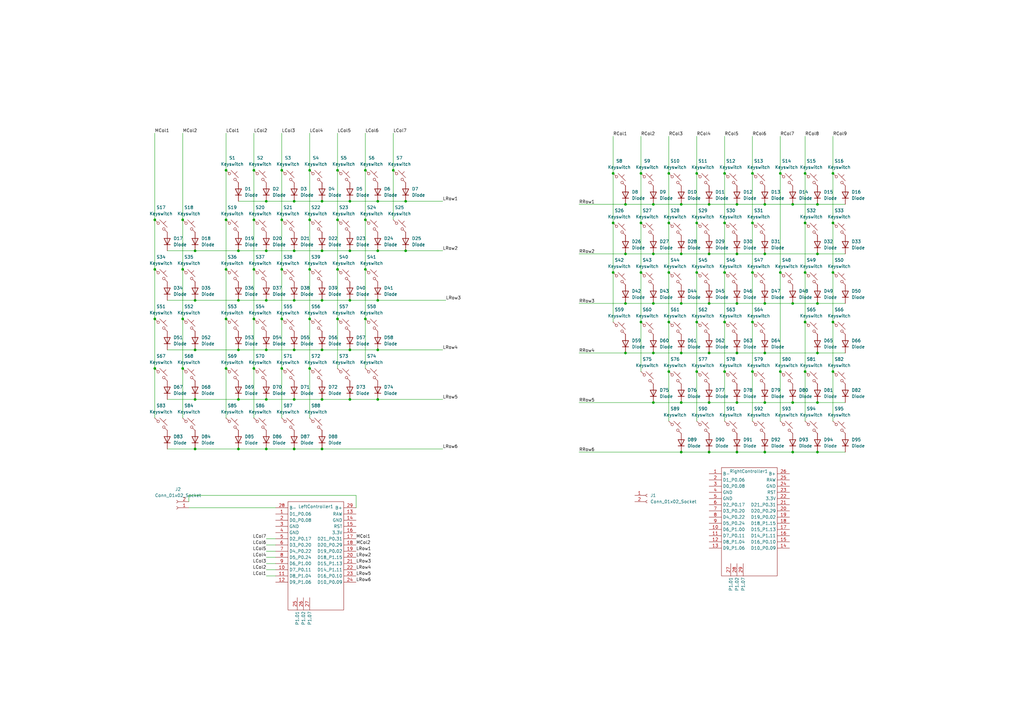
<source format=kicad_sch>
(kicad_sch (version 20250114) (generator "eeschema") (generator_version "9.0")
  (paper "A3")
  (title_block (title "Ergoslide"))
  (junction (at 115.57 130.81))
  (junction (at 109.22 102.87))
  (junction (at 341.63 132.08))
  (junction (at 104.14 151.13))
  (junction (at 290.83 185.42))
  (junction (at 267.97 165.1))
  (junction (at 120.65 143.51))
  (junction (at 115.57 110.49))
  (junction (at 166.37 102.87))
  (junction (at 97.79 163.83))
  (junction (at 313.69 144.78))
  (junction (at 92.71 69.85))
  (junction (at 308.61 111.76))
  (junction (at 127 151.13))
  (junction (at 115.57 151.13))
  (junction (at 290.83 144.78))
  (junction (at 138.43 110.49))
  (junction (at 80.01 143.51))
  (junction (at 341.63 111.76))
  (junction (at 313.69 185.42))
  (junction (at 325.12 83.82))
  (junction (at 279.4 144.78))
  (junction (at 297.18 71.12))
  (junction (at 149.86 130.81))
  (junction (at 320.04 152.4))
  (junction (at 92.71 151.13))
  (junction (at 143.51 163.83))
  (junction (at 74.93 90.17))
  (junction (at 262.89 71.12))
  (junction (at 251.46 111.76))
  (junction (at 127 110.49))
  (junction (at 341.63 91.44))
  (junction (at 302.26 83.82))
  (junction (at 320.04 71.12))
  (junction (at 132.08 184.15))
  (junction (at 279.4 83.82))
  (junction (at 335.28 83.82))
  (junction (at 290.83 83.82))
  (junction (at 297.18 91.44))
  (junction (at 120.65 102.87))
  (junction (at 285.75 111.76))
  (junction (at 120.65 82.55))
  (junction (at 166.37 82.55))
  (junction (at 120.65 123.19))
  (junction (at 256.54 124.46))
  (junction (at 109.22 163.83))
  (junction (at 267.97 144.78))
  (junction (at 308.61 132.08))
  (junction (at 330.2 111.76))
  (junction (at 92.71 90.17))
  (junction (at 251.46 91.44))
  (junction (at 256.54 104.14))
  (junction (at 330.2 71.12))
  (junction (at 308.61 71.12))
  (junction (at 330.2 152.4))
  (junction (at 143.51 82.55))
  (junction (at 132.08 143.51))
  (junction (at 149.86 110.49))
  (junction (at 313.69 104.14))
  (junction (at 262.89 132.08))
  (junction (at 262.89 111.76))
  (junction (at 262.89 91.44))
  (junction (at 80.01 184.15))
  (junction (at 104.14 69.85))
  (junction (at 330.2 132.08))
  (junction (at 341.63 152.4))
  (junction (at 274.32 71.12))
  (junction (at 325.12 185.42))
  (junction (at 308.61 91.44))
  (junction (at 92.71 110.49))
  (junction (at 302.26 144.78))
  (junction (at 80.01 163.83))
  (junction (at 143.51 102.87))
  (junction (at 285.75 91.44))
  (junction (at 161.29 69.85))
  (junction (at 313.69 165.1))
  (junction (at 154.94 123.19))
  (junction (at 290.83 124.46))
  (junction (at 297.18 132.08))
  (junction (at 115.57 69.85))
  (junction (at 302.26 185.42))
  (junction (at 256.54 144.78))
  (junction (at 154.94 143.51))
  (junction (at 80.01 123.19))
  (junction (at 279.4 124.46))
  (junction (at 132.08 123.19))
  (junction (at 109.22 143.51))
  (junction (at 325.12 124.46))
  (junction (at 267.97 124.46))
  (junction (at 285.75 71.12))
  (junction (at 285.75 152.4))
  (junction (at 302.26 124.46))
  (junction (at 97.79 123.19))
  (junction (at 74.93 130.81))
  (junction (at 335.28 185.42))
  (junction (at 132.08 163.83))
  (junction (at 138.43 130.81))
  (junction (at 63.5 90.17))
  (junction (at 279.4 104.14))
  (junction (at 279.4 165.1))
  (junction (at 109.22 123.19))
  (junction (at 109.22 82.55))
  (junction (at 74.93 110.49))
  (junction (at 97.79 102.87))
  (junction (at 104.14 130.81))
  (junction (at 104.14 110.49))
  (junction (at 92.71 130.81))
  (junction (at 274.32 152.4))
  (junction (at 149.86 90.17))
  (junction (at 302.26 165.1))
  (junction (at 290.83 104.14))
  (junction (at 308.61 152.4))
  (junction (at 251.46 71.12))
  (junction (at 143.51 143.51))
  (junction (at 109.22 184.15))
  (junction (at 104.14 90.17))
  (junction (at 132.08 102.87))
  (junction (at 63.5 151.13))
  (junction (at 97.79 184.15))
  (junction (at 120.65 184.15))
  (junction (at 297.18 152.4))
  (junction (at 143.51 123.19))
  (junction (at 74.93 151.13))
  (junction (at 127 69.85))
  (junction (at 335.28 165.1))
  (junction (at 274.32 91.44))
  (junction (at 274.32 132.08))
  (junction (at 274.32 111.76))
  (junction (at 138.43 69.85))
  (junction (at 290.83 165.1))
  (junction (at 313.69 124.46))
  (junction (at 149.86 69.85))
  (junction (at 256.54 83.82))
  (junction (at 341.63 71.12))
  (junction (at 63.5 130.81))
  (junction (at 127 90.17))
  (junction (at 154.94 82.55))
  (junction (at 97.79 143.51))
  (junction (at 335.28 124.46))
  (junction (at 115.57 90.17))
  (junction (at 267.97 83.82))
  (junction (at 335.28 104.14))
  (junction (at 80.01 102.87))
  (junction (at 127 130.81))
  (junction (at 313.69 83.82))
  (junction (at 330.2 91.44))
  (junction (at 132.08 82.55))
  (junction (at 267.97 104.14))
  (junction (at 325.12 165.1))
  (junction (at 302.26 104.14))
  (junction (at 154.94 163.83))
  (junction (at 279.4 185.42))
  (junction (at 63.5 110.49))
  (junction (at 285.75 132.08))
  (junction (at 120.65 163.83))
  (junction (at 320.04 111.76))
  (junction (at 138.43 90.17))
  (junction (at 297.18 111.76))
  (junction (at 335.28 144.78))
  (junction (at 154.94 102.87))
  (wire (pts (xy 302.26 185.42) (xy 313.69 185.42)))
  (wire (pts (xy 308.61 55.88) (xy 308.61 71.12)))
  (wire (pts (xy 104.14 69.85) (xy 104.14 90.17)))
  (wire (pts (xy 115.57 90.17) (xy 115.57 110.49)))
  (wire (pts (xy 92.71 151.13) (xy 92.71 171.45)))
  (wire (pts (xy 149.86 69.85) (xy 149.86 90.17)))
  (wire (pts (xy 341.63 55.88) (xy 341.63 71.12)))
  (wire (pts (xy 109.22 228.6) (xy 113.03 228.6)))
  (wire (pts (xy 297.18 111.76) (xy 297.18 132.08)))
  (wire (pts (xy 132.08 123.19) (xy 143.51 123.19)))
  (wire (pts (xy 138.43 90.17) (xy 138.43 110.49)))
  (wire (pts (xy 77.47 203.2) (xy 146.05 203.2)))
  (wire (pts (xy 274.32 91.44) (xy 274.32 111.76)))
  (wire (pts (xy 279.4 165.1) (xy 290.83 165.1)))
  (wire (pts (xy 285.75 132.08) (xy 285.75 152.4)))
  (wire (pts (xy 109.22 223.52) (xy 113.03 223.52)))
  (wire (pts (xy 127 110.49) (xy 127 130.81)))
  (wire (pts (xy 115.57 110.49) (xy 115.57 130.81)))
  (wire (pts (xy 262.89 132.08) (xy 262.89 152.4)))
  (wire (pts (xy 341.63 111.76) (xy 341.63 132.08)))
  (wire (pts (xy 68.58 163.83) (xy 80.01 163.83)))
  (wire (pts (xy 120.65 163.83) (xy 132.08 163.83)))
  (wire (pts (xy 335.28 165.1) (xy 346.71 165.1)))
  (wire (pts (xy 341.63 71.12) (xy 341.63 91.44)))
  (wire (pts (xy 262.89 111.76) (xy 262.89 132.08)))
  (wire (pts (xy 132.08 143.51) (xy 143.51 143.51)))
  (wire (pts (xy 335.28 104.14) (xy 346.71 104.14)))
  (wire (pts (xy 313.69 83.82) (xy 325.12 83.82)))
  (wire (pts (xy 290.83 165.1) (xy 302.26 165.1)))
  (wire (pts (xy 132.08 102.87) (xy 143.51 102.87)))
  (wire (pts (xy 127 54.61) (xy 127 69.85)))
  (wire (pts (xy 97.79 123.19) (xy 109.22 123.19)))
  (wire (pts (xy 274.32 55.88) (xy 274.32 71.12)))
  (wire (pts (xy 237.49 185.42) (xy 279.4 185.42)))
  (wire (pts (xy 262.89 55.88) (xy 262.89 71.12)))
  (wire (pts (xy 80.01 143.51) (xy 97.79 143.51)))
  (wire (pts (xy 320.04 71.12) (xy 320.04 111.76)))
  (wire (pts (xy 127 130.81) (xy 127 151.13)))
  (wire (pts (xy 132.08 163.83) (xy 143.51 163.83)))
  (wire (pts (xy 138.43 69.85) (xy 138.43 90.17)))
  (wire (pts (xy 297.18 91.44) (xy 297.18 111.76)))
  (wire (pts (xy 109.22 82.55) (xy 120.65 82.55)))
  (wire (pts (xy 320.04 111.76) (xy 320.04 152.4)))
  (wire (pts (xy 308.61 91.44) (xy 308.61 111.76)))
  (wire (pts (xy 251.46 55.88) (xy 251.46 71.12)))
  (wire (pts (xy 92.71 130.81) (xy 92.71 151.13)))
  (wire (pts (xy 302.26 104.14) (xy 313.69 104.14)))
  (wire (pts (xy 80.01 184.15) (xy 97.79 184.15)))
  (wire (pts (xy 279.4 144.78) (xy 290.83 144.78)))
  (wire (pts (xy 109.22 236.22) (xy 113.03 236.22)))
  (wire (pts (xy 302.26 144.78) (xy 313.69 144.78)))
  (wire (pts (xy 325.12 124.46) (xy 335.28 124.46)))
  (wire (pts (xy 74.93 90.17) (xy 74.93 110.49)))
  (wire (pts (xy 149.86 110.49) (xy 149.86 130.81)))
  (wire (pts (xy 109.22 220.98) (xy 113.03 220.98)))
  (wire (pts (xy 80.01 102.87) (xy 97.79 102.87)))
  (wire (pts (xy 63.5 54.61) (xy 63.5 90.17)))
  (wire (pts (xy 154.94 123.19) (xy 182.88 123.19)))
  (wire (pts (xy 313.69 165.1) (xy 325.12 165.1)))
  (wire (pts (xy 330.2 132.08) (xy 330.2 152.4)))
  (wire (pts (xy 285.75 152.4) (xy 285.75 172.72)))
  (wire (pts (xy 74.93 151.13) (xy 74.93 171.45)))
  (wire (pts (xy 267.97 83.82) (xy 279.4 83.82)))
  (wire (pts (xy 341.63 132.08) (xy 341.63 152.4)))
  (wire (pts (xy 297.18 55.88) (xy 297.18 71.12)))
  (wire (pts (xy 149.86 130.81) (xy 149.86 151.13)))
  (wire (pts (xy 335.28 185.42) (xy 346.71 185.42)))
  (wire (pts (xy 104.14 151.13) (xy 104.14 171.45)))
  (wire (pts (xy 302.26 83.82) (xy 313.69 83.82)))
  (wire (pts (xy 330.2 71.12) (xy 330.2 91.44)))
  (wire (pts (xy 109.22 123.19) (xy 120.65 123.19)))
  (wire (pts (xy 267.97 165.1) (xy 279.4 165.1)))
  (wire (pts (xy 313.69 144.78) (xy 335.28 144.78)))
  (wire (pts (xy 138.43 110.49) (xy 138.43 130.81)))
  (wire (pts (xy 104.14 90.17) (xy 104.14 110.49)))
  (wire (pts (xy 330.2 111.76) (xy 330.2 132.08)))
  (wire (pts (xy 290.83 185.42) (xy 302.26 185.42)))
  (wire (pts (xy 115.57 54.61) (xy 115.57 69.85)))
  (wire (pts (xy 290.83 124.46) (xy 302.26 124.46)))
  (wire (pts (xy 92.71 90.17) (xy 92.71 110.49)))
  (wire (pts (xy 308.61 152.4) (xy 308.61 172.72)))
  (wire (pts (xy 149.86 90.17) (xy 149.86 110.49)))
  (wire (pts (xy 302.26 165.1) (xy 313.69 165.1)))
  (wire (pts (xy 267.97 124.46) (xy 279.4 124.46)))
  (wire (pts (xy 74.93 54.61) (xy 74.93 90.17)))
  (wire (pts (xy 77.47 208.28) (xy 113.03 208.28)))
  (wire (pts (xy 68.58 143.51) (xy 80.01 143.51)))
  (wire (pts (xy 74.93 110.49) (xy 74.93 130.81)))
  (wire (pts (xy 237.49 165.1) (xy 267.97 165.1)))
  (wire (pts (xy 161.29 54.61) (xy 161.29 69.85)))
  (wire (pts (xy 120.65 184.15) (xy 132.08 184.15)))
  (wire (pts (xy 308.61 132.08) (xy 308.61 152.4)))
  (wire (pts (xy 149.86 54.61) (xy 149.86 69.85)))
  (wire (pts (xy 290.83 83.82) (xy 302.26 83.82)))
  (wire (pts (xy 127 151.13) (xy 127 171.45)))
  (wire (pts (xy 154.94 102.87) (xy 166.37 102.87)))
  (wire (pts (xy 274.32 111.76) (xy 274.32 132.08)))
  (wire (pts (xy 80.01 163.83) (xy 97.79 163.83)))
  (wire (pts (xy 143.51 82.55) (xy 154.94 82.55)))
  (wire (pts (xy 237.49 124.46) (xy 256.54 124.46)))
  (wire (pts (xy 143.51 163.83) (xy 154.94 163.83)))
  (wire (pts (xy 251.46 111.76) (xy 251.46 132.08)))
  (wire (pts (xy 146.05 203.2) (xy 146.05 208.28)))
  (wire (pts (xy 68.58 184.15) (xy 80.01 184.15)))
  (wire (pts (xy 256.54 83.82) (xy 267.97 83.82)))
  (wire (pts (xy 274.32 152.4) (xy 274.32 172.72)))
  (wire (pts (xy 297.18 132.08) (xy 297.18 152.4)))
  (wire (pts (xy 330.2 55.88) (xy 330.2 71.12)))
  (wire (pts (xy 251.46 91.44) (xy 251.46 111.76)))
  (wire (pts (xy 285.75 71.12) (xy 285.75 91.44)))
  (wire (pts (xy 80.01 123.19) (xy 97.79 123.19)))
  (wire (pts (xy 285.75 111.76) (xy 285.75 132.08)))
  (wire (pts (xy 92.71 54.61) (xy 92.71 69.85)))
  (wire (pts (xy 237.49 104.14) (xy 256.54 104.14)))
  (wire (pts (xy 109.22 163.83) (xy 120.65 163.83)))
  (wire (pts (xy 115.57 151.13) (xy 115.57 171.45)))
  (wire (pts (xy 325.12 185.42) (xy 335.28 185.42)))
  (wire (pts (xy 97.79 143.51) (xy 109.22 143.51)))
  (wire (pts (xy 335.28 83.82) (xy 346.71 83.82)))
  (wire (pts (xy 115.57 130.81) (xy 115.57 151.13)))
  (wire (pts (xy 104.14 110.49) (xy 104.14 130.81)))
  (wire (pts (xy 166.37 102.87) (xy 181.61 102.87)))
  (wire (pts (xy 166.37 82.55) (xy 181.61 82.55)))
  (wire (pts (xy 154.94 143.51) (xy 181.61 143.51)))
  (wire (pts (xy 120.65 123.19) (xy 132.08 123.19)))
  (wire (pts (xy 330.2 152.4) (xy 330.2 172.72)))
  (wire (pts (xy 109.22 226.06) (xy 113.03 226.06)))
  (wire (pts (xy 63.5 151.13) (xy 63.5 171.45)))
  (wire (pts (xy 63.5 110.49) (xy 63.5 130.81)))
  (wire (pts (xy 285.75 91.44) (xy 285.75 111.76)))
  (wire (pts (xy 109.22 231.14) (xy 113.03 231.14)))
  (wire (pts (xy 138.43 130.81) (xy 138.43 151.13)))
  (wire (pts (xy 92.71 110.49) (xy 92.71 130.81)))
  (wire (pts (xy 109.22 184.15) (xy 120.65 184.15)))
  (wire (pts (xy 154.94 163.83) (xy 181.61 163.83)))
  (wire (pts (xy 313.69 185.42) (xy 325.12 185.42)))
  (wire (pts (xy 104.14 130.81) (xy 104.14 151.13)))
  (wire (pts (xy 97.79 163.83) (xy 109.22 163.83)))
  (wire (pts (xy 143.51 143.51) (xy 154.94 143.51)))
  (wire (pts (xy 279.4 124.46) (xy 290.83 124.46)))
  (wire (pts (xy 256.54 144.78) (xy 267.97 144.78)))
  (wire (pts (xy 97.79 82.55) (xy 109.22 82.55)))
  (wire (pts (xy 109.22 143.51) (xy 120.65 143.51)))
  (wire (pts (xy 68.58 102.87) (xy 80.01 102.87)))
  (wire (pts (xy 109.22 102.87) (xy 120.65 102.87)))
  (wire (pts (xy 341.63 152.4) (xy 341.63 172.72)))
  (wire (pts (xy 330.2 91.44) (xy 330.2 111.76)))
  (wire (pts (xy 279.4 83.82) (xy 290.83 83.82)))
  (wire (pts (xy 120.65 82.55) (xy 132.08 82.55)))
  (wire (pts (xy 308.61 71.12) (xy 308.61 91.44)))
  (wire (pts (xy 320.04 152.4) (xy 320.04 172.72)))
  (wire (pts (xy 297.18 71.12) (xy 297.18 91.44)))
  (wire (pts (xy 325.12 83.82) (xy 335.28 83.82)))
  (wire (pts (xy 274.32 132.08) (xy 274.32 152.4)))
  (wire (pts (xy 77.47 203.2) (xy 77.47 205.74)))
  (wire (pts (xy 63.5 90.17) (xy 63.5 110.49)))
  (wire (pts (xy 262.89 71.12) (xy 262.89 91.44)))
  (wire (pts (xy 256.54 104.14) (xy 267.97 104.14)))
  (wire (pts (xy 279.4 104.14) (xy 290.83 104.14)))
  (wire (pts (xy 74.93 130.81) (xy 74.93 151.13)))
  (wire (pts (xy 132.08 82.55) (xy 143.51 82.55)))
  (wire (pts (xy 92.71 69.85) (xy 92.71 90.17)))
  (wire (pts (xy 97.79 184.15) (xy 109.22 184.15)))
  (wire (pts (xy 154.94 82.55) (xy 166.37 82.55)))
  (wire (pts (xy 262.89 91.44) (xy 262.89 111.76)))
  (wire (pts (xy 297.18 152.4) (xy 297.18 172.72)))
  (wire (pts (xy 308.61 111.76) (xy 308.61 132.08)))
  (wire (pts (xy 285.75 55.88) (xy 285.75 71.12)))
  (wire (pts (xy 115.57 69.85) (xy 115.57 90.17)))
  (wire (pts (xy 68.58 123.19) (xy 80.01 123.19)))
  (wire (pts (xy 325.12 165.1) (xy 335.28 165.1)))
  (wire (pts (xy 320.04 55.88) (xy 320.04 71.12)))
  (wire (pts (xy 237.49 83.82) (xy 256.54 83.82)))
  (wire (pts (xy 237.49 144.78) (xy 256.54 144.78)))
  (wire (pts (xy 341.63 91.44) (xy 341.63 111.76)))
  (wire (pts (xy 267.97 144.78) (xy 279.4 144.78)))
  (wire (pts (xy 274.32 71.12) (xy 274.32 91.44)))
  (wire (pts (xy 138.43 54.61) (xy 138.43 69.85)))
  (wire (pts (xy 109.22 233.68) (xy 113.03 233.68)))
  (wire (pts (xy 127 90.17) (xy 127 110.49)))
  (wire (pts (xy 63.5 130.81) (xy 63.5 151.13)))
  (wire (pts (xy 161.29 69.85) (xy 161.29 90.17)))
  (wire (pts (xy 279.4 185.42) (xy 290.83 185.42)))
  (wire (pts (xy 120.65 143.51) (xy 132.08 143.51)))
  (wire (pts (xy 132.08 184.15) (xy 181.61 184.15)))
  (wire (pts (xy 143.51 102.87) (xy 154.94 102.87)))
  (wire (pts (xy 290.83 144.78) (xy 302.26 144.78)))
  (wire (pts (xy 143.51 123.19) (xy 154.94 123.19)))
  (wire (pts (xy 335.28 124.46) (xy 346.71 124.46)))
  (wire (pts (xy 313.69 104.14) (xy 335.28 104.14)))
  (wire (pts (xy 267.97 104.14) (xy 279.4 104.14)))
  (wire (pts (xy 335.28 144.78) (xy 346.71 144.78)))
  (wire (pts (xy 302.26 124.46) (xy 313.69 124.46)))
  (wire (pts (xy 256.54 124.46) (xy 267.97 124.46)))
  (wire (pts (xy 104.14 54.61) (xy 104.14 69.85)))
  (wire (pts (xy 313.69 124.46) (xy 325.12 124.46)))
  (wire (pts (xy 120.65 102.87) (xy 132.08 102.87)))
  (wire (pts (xy 97.79 102.87) (xy 109.22 102.87)))
  (wire (pts (xy 251.46 71.12) (xy 251.46 91.44)))
  (wire (pts (xy 127 69.85) (xy 127 90.17)))
  (wire (pts (xy 290.83 104.14) (xy 302.26 104.14)))
  (label "RCol8" (at 330.2 55.88 0))
  (label "LCol3" (at 115.57 54.61 0))
  (label "LCol2" (at 104.14 54.61 0))
  (label "LRow2" (at 146.05 228.6 0))
  (label "LRow4" (at 146.05 233.68 0))
  (label "LCol6" (at 149.86 54.61 0))
  (label "LRow1" (at 146.05 226.06 0))
  (label "LRow3" (at 146.05 231.14 0))
  (label "LCol5" (at 109.22 226.06 180))
  (label "LRow1" (at 181.61 82.55 0))
  (label "LCol2" (at 109.22 233.68 180))
  (label "LRow6" (at 181.61 184.15 0))
  (label "RRow4" (at 237.49 144.78 0))
  (label "MCol1" (at 146.05 220.98 0))
  (label "LCol6" (at 109.22 223.52 180))
  (label "RCol4" (at 285.75 55.88 0))
  (label "MCol1" (at 63.5 54.61 0))
  (label "LCol4" (at 109.22 228.6 180))
  (label "LRow3" (at 182.88 123.19 0))
  (label "MCol2" (at 74.93 54.61 0))
  (label "LRow2" (at 181.61 102.87 0))
  (label "LCol4" (at 127 54.61 0))
  (label "RCol3" (at 274.32 55.88 0))
  (label "RRow1" (at 237.49 83.82 0))
  (label "LCol3" (at 109.22 231.14 180))
  (label "LRow4" (at 181.61 143.51 0))
  (label "RCol9" (at 341.63 55.88 0))
  (label "RRow2" (at 237.49 104.14 0))
  (label "RCol1" (at 251.46 55.88 0))
  (label "MCol2" (at 146.05 223.52 0))
  (label "LCol7" (at 109.22 220.98 180))
  (label "RCol7" (at 320.04 55.88 0))
  (label "LCol1" (at 109.22 236.22 180))
  (label "LCol5" (at 138.43 54.61 0))
  (label "LRow5" (at 146.05 236.22 0))
  (label "LRow5" (at 181.61 163.83 0))
  (label "RRow3" (at 237.49 124.46 0))
  (label "LCol1" (at 92.71 54.61 0))
  (label "LCol7" (at 161.29 54.61 0))
  (label "RCol2" (at 262.89 55.88 0))
  (label "RCol5" (at 297.18 55.88 0))
  (label "RCol6" (at 308.61 55.88 0))
  (label "RRow5" (at 237.49 165.1 0))
  (label "LRow6" (at 146.05 238.76 0))
  (label "RRow6" (at 237.49 185.42 0))
  (symbol (lib_id "ScottoKeebs:Placeholder_Keyswitch") (at 344.17 93.98 0) (unit 1)
    (property "Reference" "S33" (at 344.17 86.36 0))
    (property "Value" "Keyswitch" (at 344.17 88.9 0))
    (property "Footprint" "Gateron_KS33_Hotswap:Gateron-KS33-Hotswap-1U" (effects (hide yes)))
    (property "Description" "Push button switch, normally open, two pins, 45° tilted" (effects (hide yes)))
  )
  (symbol (lib_id "ScottoKeebs:Placeholder_Diode") (at 132.08 180.34 90) (unit 1)
    (property "Reference" "D88" (at 134.62 179.0699 90) (effects (justify right)))
    (property "Value" "Diode" (at 134.62 181.6099 90) (effects (justify right)))
    (property "Footprint" "ScottoKeebs_Components:Diode_SOD-123" (effects (hide yes)))
    (property "Description" "1N4148 (DO-35) or 1N4148W (SOD-123)" (effects (hide yes)))
    (property "Sim.Device" "D" (effects (hide yes)))
    (property "Sim.Pins" "1=K 2=A" (effects (hide yes)))
  )
  (symbol (lib_id "ScottoKeebs:Placeholder_Diode") (at 346.71 100.33 90) (unit 1)
    (property "Reference" "D33" (at 349.25 99.0599 90) (effects (justify right)))
    (property "Value" "Diode" (at 349.25 101.5999 90) (effects (justify right)))
    (property "Footprint" "ScottoKeebs_Components:Diode_SOD-123" (effects (hide yes)))
    (property "Description" "1N4148 (DO-35) or 1N4148W (SOD-123)" (effects (hide yes)))
    (property "Sim.Device" "D" (effects (hide yes)))
    (property "Sim.Pins" "1=K 2=A" (effects (hide yes)))
  )
  (symbol (lib_id "ScottoKeebs:Placeholder_Diode") (at 132.08 160.02 90) (unit 1)
    (property "Reference" "D72" (at 134.62 158.7499 90) (effects (justify right)))
    (property "Value" "Diode" (at 134.62 161.2899 90) (effects (justify right)))
    (property "Footprint" "ScottoKeebs_Components:Diode_SOD-123" (effects (hide yes)))
    (property "Description" "1N4148 (DO-35) or 1N4148W (SOD-123)" (effects (hide yes)))
    (property "Sim.Device" "D" (effects (hide yes)))
    (property "Sim.Pins" "1=K 2=A" (effects (hide yes)))
  )
  (symbol (lib_id "ScottoKeebs:Placeholder_Keyswitch") (at 66.04 113.03 0) (unit 1)
    (property "Reference" "S34" (at 66.04 105.41 0))
    (property "Value" "Keyswitch" (at 66.04 107.95 0))
    (property "Footprint" "Gateron_KS33_Hotswap:Gateron-KS33-Hotswap-1U" (effects (hide yes)))
    (property "Description" "Push button switch, normally open, two pins, 45° tilted" (effects (hide yes)))
  )
  (symbol (lib_id "ScottoKeebs:Placeholder_Keyswitch") (at 95.25 92.71 0) (unit 1)
    (property "Reference" "S19" (at 95.25 85.09 0))
    (property "Value" "Keyswitch" (at 95.25 87.63 0))
    (property "Footprint" "Gateron_KS33_Hotswap:Gateron-KS33-Hotswap-1U" (effects (hide yes)))
    (property "Description" "Push button switch, normally open, two pins, 45° tilted" (effects (hide yes)))
  )
  (symbol (lib_id "ScottoKeebs:Placeholder_Diode") (at 346.71 140.97 90) (unit 1)
    (property "Reference" "D66" (at 349.25 139.6999 90) (effects (justify right)))
    (property "Value" "Diode" (at 349.25 142.2399 90) (effects (justify right)))
    (property "Footprint" "ScottoKeebs_Components:Diode_SOD-123" (effects (hide yes)))
    (property "Description" "1N4148 (DO-35) or 1N4148W (SOD-123)" (effects (hide yes)))
    (property "Sim.Device" "D" (effects (hide yes)))
    (property "Sim.Pins" "1=K 2=A" (effects (hide yes)))
  )
  (symbol (lib_id "ScottoKeebs:Placeholder_Keyswitch") (at 344.17 134.62 0) (unit 1)
    (property "Reference" "S66" (at 344.17 127 0))
    (property "Value" "Keyswitch" (at 344.17 129.54 0))
    (property "Footprint" "Gateron_KS33_Hotswap:Gateron-KS33-Hotswap-1U" (effects (hide yes)))
    (property "Description" "Push button switch, normally open, two pins, 45° tilted" (effects (hide yes)))
  )
  (symbol (lib_id "ScottoKeebs:Placeholder_Diode") (at 346.71 80.01 90) (unit 1)
    (property "Reference" "D16" (at 349.25 78.7399 90) (effects (justify right)))
    (property "Value" "Diode" (at 349.25 81.2799 90) (effects (justify right)))
    (property "Footprint" "ScottoKeebs_Components:Diode_SOD-123" (effects (hide yes)))
    (property "Description" "1N4148 (DO-35) or 1N4148W (SOD-123)" (effects (hide yes)))
    (property "Sim.Device" "D" (effects (hide yes)))
    (property "Sim.Pins" "1=K 2=A" (effects (hide yes)))
  )
  (symbol (lib_id "ScottoKeebs:Placeholder_Keyswitch") (at 140.97 153.67 0) (unit 1)
    (property "Reference" "S73" (at 140.97 146.05 0))
    (property "Value" "Keyswitch" (at 140.97 148.59 0))
    (property "Footprint" "Gateron_KS33_Hotswap:Gateron-KS33-Hotswap-1U" (effects (hide yes)))
    (property "Description" "Push button switch, normally open, two pins, 45° tilted" (effects (hide yes)))
  )
  (symbol (lib_id "ScottoKeebs:Placeholder_Keyswitch") (at 106.68 133.35 0) (unit 1)
    (property "Reference" "S54" (at 106.68 125.73 0))
    (property "Value" "Keyswitch" (at 106.68 128.27 0))
    (property "Footprint" "Gateron_KS33_Hotswap:Gateron-KS33-Hotswap-1U" (effects (hide yes)))
    (property "Description" "Push button switch, normally open, two pins, 45° tilted" (effects (hide yes)))
  )
  (symbol (lib_id "ScottoKeebs:Placeholder_Diode") (at 346.71 161.29 90) (unit 1)
    (property "Reference" "D82" (at 349.25 160.0199 90) (effects (justify right)))
    (property "Value" "Diode" (at 349.25 162.5599 90) (effects (justify right)))
    (property "Footprint" "ScottoKeebs_Components:Diode_SOD-123" (effects (hide yes)))
    (property "Description" "1N4148 (DO-35) or 1N4148W (SOD-123)" (effects (hide yes)))
    (property "Sim.Device" "D" (effects (hide yes)))
    (property "Sim.Pins" "1=K 2=A" (effects (hide yes)))
  )
  (symbol (lib_id "ScottoKeebs:Placeholder_Keyswitch") (at 332.74 134.62 0) (unit 1)
    (property "Reference" "S65" (at 332.74 127 0))
    (property "Value" "Keyswitch" (at 332.74 129.54 0))
    (property "Footprint" "Gateron_KS33_Hotswap:Gateron-KS33-Hotswap-2.25U" (effects (hide yes)))
    (property "Description" "Push button switch, normally open, two pins, 45° tilted" (effects (hide yes)))
  )
  (symbol (lib_id "ScottoKeebs:Placeholder_Diode") (at 109.22 139.7 90) (unit 1)
    (property "Reference" "D54" (at 111.76 138.4299 90) (effects (justify right)))
    (property "Value" "Diode" (at 111.76 140.9699 90) (effects (justify right)))
    (property "Footprint" "ScottoKeebs_Components:Diode_SOD-123" (effects (hide yes)))
    (property "Description" "1N4148 (DO-35) or 1N4148W (SOD-123)" (effects (hide yes)))
    (property "Sim.Device" "D" (effects (hide yes)))
    (property "Sim.Pins" "1=K 2=A" (effects (hide yes)))
  )
  (symbol (lib_id "ScottoKeebs:Placeholder_Keyswitch") (at 152.4 72.39 0) (unit 1)
    (property "Reference" "S6" (at 152.4 64.77 0))
    (property "Value" "Keyswitch" (at 152.4 67.31 0))
    (property "Footprint" "Gateron_KS33_Hotswap:Gateron-KS33-Hotswap-1U" (effects (hide yes)))
    (property "Description" "Push button switch, normally open, two pins, 45° tilted" (effects (hide yes)))
  )
  (symbol (lib_id "ScottoKeebs:Placeholder_Diode") (at 97.79 99.06 90) (unit 1)
    (property "Reference" "D19" (at 100.33 97.7899 90) (effects (justify right)))
    (property "Value" "Diode" (at 100.33 100.3299 90) (effects (justify right)))
    (property "Footprint" "ScottoKeebs_Components:Diode_SOD-123" (effects (hide yes)))
    (property "Description" "1N4148 (DO-35) or 1N4148W (SOD-123)" (effects (hide yes)))
    (property "Sim.Device" "D" (effects (hide yes)))
    (property "Sim.Pins" "1=K 2=A" (effects (hide yes)))
  )
  (symbol (lib_id "ScottoKeebs:Placeholder_Keyswitch") (at 322.58 175.26 0) (unit 1)
    (property "Reference" "S93" (at 322.58 167.64 0))
    (property "Value" "Keyswitch" (at 322.58 170.18 0))
    (property "Footprint" "Gateron_KS33_Hotswap:Gateron-KS33-Hotswap-1U" (effects (hide yes)))
    (property "Description" "Push button switch, normally open, two pins, 45° tilted" (effects (hide yes)))
  )
  (symbol (lib_id "ScottoKeebs:Placeholder_Keyswitch") (at 106.68 113.03 0) (unit 1)
    (property "Reference" "S37" (at 106.68 105.41 0))
    (property "Value" "Keyswitch" (at 106.68 107.95 0))
    (property "Footprint" "Gateron_KS33_Hotswap:Gateron-KS33-Hotswap-1U" (effects (hide yes)))
    (property "Description" "Push button switch, normally open, two pins, 45° tilted" (effects (hide yes)))
  )
  (symbol (lib_id "ScottoKeebs:Placeholder_Diode") (at 143.51 139.7 90) (unit 1)
    (property "Reference" "D57" (at 146.05 138.4299 90) (effects (justify right)))
    (property "Value" "Diode" (at 146.05 140.9699 90) (effects (justify right)))
    (property "Footprint" "ScottoKeebs_Components:Diode_SOD-123" (effects (hide yes)))
    (property "Description" "1N4148 (DO-35) or 1N4148W (SOD-123)" (effects (hide yes)))
    (property "Sim.Device" "D" (effects (hide yes)))
    (property "Sim.Pins" "1=K 2=A" (effects (hide yes)))
  )
  (symbol (lib_id "ScottoKeebs:Placeholder_Diode") (at 109.22 78.74 90) (unit 1)
    (property "Reference" "D2" (at 111.76 77.4699 90) (effects (justify right)))
    (property "Value" "Diode" (at 111.76 80.0099 90) (effects (justify right)))
    (property "Footprint" "ScottoKeebs_Components:Diode_SOD-123" (effects (hide yes)))
    (property "Description" "1N4148 (DO-35) or 1N4148W (SOD-123)" (effects (hide yes)))
    (property "Sim.Device" "D" (effects (hide yes)))
    (property "Sim.Pins" "1=K 2=A" (effects (hide yes)))
  )
  (symbol (lib_id "ScottoKeebs:Placeholder_Keyswitch") (at 140.97 113.03 0) (unit 1)
    (property "Reference" "S40" (at 140.97 105.41 0))
    (property "Value" "Keyswitch" (at 140.97 107.95 0))
    (property "Footprint" "Gateron_KS33_Hotswap:Gateron-KS33-Hotswap-1U" (effects (hide yes)))
    (property "Description" "Push button switch, normally open, two pins, 45° tilted" (effects (hide yes)))
  )
  (symbol (lib_id "ScottoKeebs:Placeholder_Diode") (at 120.65 78.74 90) (unit 1)
    (property "Reference" "D3" (at 123.19 77.4699 90) (effects (justify right)))
    (property "Value" "Diode" (at 123.19 80.0099 90) (effects (justify right)))
    (property "Footprint" "ScottoKeebs_Components:Diode_SOD-123" (effects (hide yes)))
    (property "Description" "1N4148 (DO-35) or 1N4148W (SOD-123)" (effects (hide yes)))
    (property "Sim.Device" "D" (effects (hide yes)))
    (property "Sim.Pins" "1=K 2=A" (effects (hide yes)))
  )
  (symbol (lib_id "ScottoKeebs:Placeholder_Diode") (at 290.83 140.97 90) (unit 1)
    (property "Reference" "D62" (at 293.37 139.6999 90) (effects (justify right)))
    (property "Value" "Diode" (at 293.37 142.2399 90) (effects (justify right)))
    (property "Footprint" "ScottoKeebs_Components:Diode_SOD-123" (effects (hide yes)))
    (property "Description" "1N4148 (DO-35) or 1N4148W (SOD-123)" (effects (hide yes)))
    (property "Sim.Device" "D" (effects (hide yes)))
    (property "Sim.Pins" "1=K 2=A" (effects (hide yes)))
  )
  (symbol (lib_id "ScottoKeebs:Placeholder_Keyswitch") (at 163.83 92.71 0) (unit 1)
    (property "Reference" "S25" (at 163.83 85.09 0))
    (property "Value" "Keyswitch" (at 163.83 87.63 0))
    (property "Footprint" "Gateron_KS33_Hotswap:Gateron-KS33-Hotswap-1U" (effects (hide yes)))
    (property "Description" "Push button switch, normally open, two pins, 45° tilted" (effects (hide yes)))
  )
  (symbol (lib_id "ScottoKeebs:Placeholder_Keyswitch") (at 288.29 134.62 0) (unit 1)
    (property "Reference" "S62" (at 288.29 127 0))
    (property "Value" "Keyswitch" (at 288.29 129.54 0))
    (property "Footprint" "Gateron_KS33_Hotswap:Gateron-KS33-Hotswap-1U" (effects (hide yes)))
    (property "Description" "Push button switch, normally open, two pins, 45° tilted" (effects (hide yes)))
  )
  (symbol (lib_id "ScottoKeebs:Placeholder_Keyswitch") (at 288.29 114.3 0) (unit 1)
    (property "Reference" "S45" (at 288.29 106.68 0))
    (property "Value" "Keyswitch" (at 288.29 109.22 0))
    (property "Footprint" "Gateron_KS33_Hotswap:Gateron-KS33-Hotswap-1U" (effects (hide yes)))
    (property "Description" "Push button switch, normally open, two pins, 45° tilted" (effects (hide yes)))
  )
  (symbol (lib_id "ScottoKeebs:Placeholder_Diode") (at 302.26 161.29 90) (unit 1)
    (property "Reference" "D78" (at 304.8 160.0199 90) (effects (justify right)))
    (property "Value" "Diode" (at 304.8 162.5599 90) (effects (justify right)))
    (property "Footprint" "ScottoKeebs_Components:Diode_SOD-123" (effects (hide yes)))
    (property "Description" "1N4148 (DO-35) or 1N4148W (SOD-123)" (effects (hide yes)))
    (property "Sim.Device" "D" (effects (hide yes)))
    (property "Sim.Pins" "1=K 2=A" (effects (hide yes)))
  )
  (symbol (lib_id "ScottoKeebs:Placeholder_Keyswitch") (at 299.72 93.98 0) (unit 1)
    (property "Reference" "S30" (at 299.72 86.36 0))
    (property "Value" "Keyswitch" (at 299.72 88.9 0))
    (property "Footprint" "Gateron_KS33_Hotswap:Gateron-KS33-Hotswap-1U" (effects (hide yes)))
    (property "Description" "Push button switch, normally open, two pins, 45° tilted" (effects (hide yes)))
  )
  (symbol (lib_id "ScottoKeebs:Placeholder_Diode") (at 267.97 120.65 90) (unit 1)
    (property "Reference" "D43" (at 270.51 119.3799 90) (effects (justify right)))
    (property "Value" "Diode" (at 270.51 121.9199 90) (effects (justify right)))
    (property "Footprint" "ScottoKeebs_Components:Diode_SOD-123" (effects (hide yes)))
    (property "Description" "1N4148 (DO-35) or 1N4148W (SOD-123)" (effects (hide yes)))
    (property "Sim.Device" "D" (effects (hide yes)))
    (property "Sim.Pins" "1=K 2=A" (effects (hide yes)))
  )
  (symbol (lib_id "ScottoKeebs:Placeholder_Keyswitch") (at 66.04 133.35 0) (unit 1)
    (property "Reference" "S51" (at 66.04 125.73 0))
    (property "Value" "Keyswitch" (at 66.04 128.27 0))
    (property "Footprint" "Gateron_KS33_Hotswap:Gateron-KS33-Hotswap-1U" (effects (hide yes)))
    (property "Description" "Push button switch, normally open, two pins, 45° tilted" (effects (hide yes)))
  )
  (symbol (lib_id "ScottoKeebs:Placeholder_Keyswitch") (at 276.86 154.94 0) (unit 1)
    (property "Reference" "S76" (at 276.86 147.32 0))
    (property "Value" "Keyswitch" (at 276.86 149.86 0))
    (property "Footprint" "Gateron_KS33_Hotswap:Gateron-KS33-Hotswap-1U" (effects (hide yes)))
    (property "Description" "Push button switch, normally open, two pins, 45° tilted" (effects (hide yes)))
  )
  (symbol (lib_id "ScottoKeebs:Placeholder_Keyswitch") (at 311.15 114.3 0) (unit 1)
    (property "Reference" "S47" (at 311.15 106.68 0))
    (property "Value" "Keyswitch" (at 311.15 109.22 0))
    (property "Footprint" "Gateron_KS33_Hotswap:Gateron-KS33-Hotswap-1U" (effects (hide yes)))
    (property "Description" "Push button switch, normally open, two pins, 45° tilted" (effects (hide yes)))
  )
  (symbol (lib_id "ScottoKeebs:Placeholder_Diode") (at 313.69 161.29 90) (unit 1)
    (property "Reference" "D79" (at 316.23 160.0199 90) (effects (justify right)))
    (property "Value" "Diode" (at 316.23 162.5599 90) (effects (justify right)))
    (property "Footprint" "ScottoKeebs_Components:Diode_SOD-123" (effects (hide yes)))
    (property "Description" "1N4148 (DO-35) or 1N4148W (SOD-123)" (effects (hide yes)))
    (property "Sim.Device" "D" (effects (hide yes)))
    (property "Sim.Pins" "1=K 2=A" (effects (hide yes)))
  )
  (symbol (lib_id "ScottoKeebs:Placeholder_Diode") (at 97.79 160.02 90) (unit 1)
    (property "Reference" "D69" (at 100.33 158.7499 90) (effects (justify right)))
    (property "Value" "Diode" (at 100.33 161.2899 90) (effects (justify right)))
    (property "Footprint" "ScottoKeebs_Components:Diode_SOD-123" (effects (hide yes)))
    (property "Description" "1N4148 (DO-35) or 1N4148W (SOD-123)" (effects (hide yes)))
    (property "Sim.Device" "D" (effects (hide yes)))
    (property "Sim.Pins" "1=K 2=A" (effects (hide yes)))
  )
  (symbol (lib_id "ScottoKeebs:Placeholder_Keyswitch") (at 152.4 92.71 0) (unit 1)
    (property "Reference" "S24" (at 152.4 85.09 0))
    (property "Value" "Keyswitch" (at 152.4 87.63 0))
    (property "Footprint" "Gateron_KS33_Hotswap:Gateron-KS33-Hotswap-1U" (effects (hide yes)))
    (property "Description" "Push button switch, normally open, two pins, 45° tilted" (effects (hide yes)))
  )
  (symbol (lib_id "ScottoKeebs:Placeholder_Diode") (at 325.12 120.65 90) (unit 1)
    (property "Reference" "D48" (at 327.66 119.3799 90) (effects (justify right)))
    (property "Value" "Diode" (at 327.66 121.9199 90) (effects (justify right)))
    (property "Footprint" "ScottoKeebs_Components:Diode_SOD-123" (effects (hide yes)))
    (property "Description" "1N4148 (DO-35) or 1N4148W (SOD-123)" (effects (hide yes)))
    (property "Sim.Device" "D" (effects (hide yes)))
    (property "Sim.Pins" "1=K 2=A" (effects (hide yes)))
  )
  (symbol (lib_id "ScottoKeebs:Placeholder_Keyswitch") (at 152.4 153.67 0) (unit 1)
    (property "Reference" "S74" (at 152.4 146.05 0))
    (property "Value" "Keyswitch" (at 152.4 148.59 0))
    (property "Footprint" "Gateron_KS33_Hotswap:Gateron-KS33-Hotswap-1U" (effects (hide yes)))
    (property "Description" "Push button switch, normally open, two pins, 45° tilted" (effects (hide yes)))
  )
  (symbol (lib_id "ScottoKeebs:Placeholder_Keyswitch") (at 129.54 153.67 0) (unit 1)
    (property "Reference" "S72" (at 129.54 146.05 0))
    (property "Value" "Keyswitch" (at 129.54 148.59 0))
    (property "Footprint" "Gateron_KS33_Hotswap:Gateron-KS33-Hotswap-1U" (effects (hide yes)))
    (property "Description" "Push button switch, normally open, two pins, 45° tilted" (effects (hide yes)))
  )
  (symbol (lib_id "ScottoKeebs:Placeholder_Keyswitch") (at 299.72 134.62 0) (unit 1)
    (property "Reference" "S63" (at 299.72 127 0))
    (property "Value" "Keyswitch" (at 299.72 129.54 0))
    (property "Footprint" "Gateron_KS33_Hotswap:Gateron-KS33-Hotswap-1U" (effects (hide yes)))
    (property "Description" "Push button switch, normally open, two pins, 45° tilted" (effects (hide yes)))
  )
  (symbol (lib_id "ScottoKeebs:Placeholder_Diode") (at 120.65 180.34 90) (unit 1)
    (property "Reference" "D87" (at 123.19 179.0699 90) (effects (justify right)))
    (property "Value" "Diode" (at 123.19 181.6099 90) (effects (justify right)))
    (property "Footprint" "ScottoKeebs_Components:Diode_SOD-123" (effects (hide yes)))
    (property "Description" "1N4148 (DO-35) or 1N4148W (SOD-123)" (effects (hide yes)))
    (property "Sim.Device" "D" (effects (hide yes)))
    (property "Sim.Pins" "1=K 2=A" (effects (hide yes)))
  )
  (symbol (lib_id "ScottoKeebs:Placeholder_Diode") (at 109.22 119.38 90) (unit 1)
    (property "Reference" "D37" (at 111.76 118.1099 90) (effects (justify right)))
    (property "Value" "Diode" (at 111.76 120.6499 90) (effects (justify right)))
    (property "Footprint" "ScottoKeebs_Components:Diode_SOD-123" (effects (hide yes)))
    (property "Description" "1N4148 (DO-35) or 1N4148W (SOD-123)" (effects (hide yes)))
    (property "Sim.Device" "D" (effects (hide yes)))
    (property "Sim.Pins" "1=K 2=A" (effects (hide yes)))
  )
  (symbol (lib_id "ScottoKeebs:Placeholder_Diode") (at 290.83 100.33 90) (unit 1)
    (property "Reference" "D29" (at 293.37 99.0599 90) (effects (justify right)))
    (property "Value" "Diode" (at 293.37 101.5999 90) (effects (justify right)))
    (property "Footprint" "ScottoKeebs_Components:Diode_SOD-123" (effects (hide yes)))
    (property "Description" "1N4148 (DO-35) or 1N4148W (SOD-123)" (effects (hide yes)))
    (property "Sim.Device" "D" (effects (hide yes)))
    (property "Sim.Pins" "1=K 2=A" (effects (hide yes)))
  )
  (symbol (lib_id "ScottoKeebs:Placeholder_Diode") (at 313.69 181.61 90) (unit 1)
    (property "Reference" "D92" (at 316.23 180.3399 90) (effects (justify right)))
    (property "Value" "Diode" (at 316.23 182.8799 90) (effects (justify right)))
    (property "Footprint" "ScottoKeebs_Components:Diode_SOD-123" (effects (hide yes)))
    (property "Description" "1N4148 (DO-35) or 1N4148W (SOD-123)" (effects (hide yes)))
    (property "Sim.Device" "D" (effects (hide yes)))
    (property "Sim.Pins" "1=K 2=A" (effects (hide yes)))
  )
  (symbol (lib_id "ScottoKeebs:Placeholder_Keyswitch") (at 129.54 72.39 0) (unit 1)
    (property "Reference" "S4" (at 129.54 64.77 0))
    (property "Value" "Keyswitch" (at 129.54 67.31 0))
    (property "Footprint" "Gateron_KS33_Hotswap:Gateron-KS33-Hotswap-1U" (effects (hide yes)))
    (property "Description" "Push button switch, normally open, two pins, 45° tilted" (effects (hide yes)))
  )
  (symbol (lib_id "ScottoKeebs:Placeholder_Keyswitch") (at 118.11 153.67 0) (unit 1)
    (property "Reference" "S71" (at 118.11 146.05 0))
    (property "Value" "Keyswitch" (at 118.11 148.59 0))
    (property "Footprint" "Gateron_KS33_Hotswap:Gateron-KS33-Hotswap-1U" (effects (hide yes)))
    (property "Description" "Push button switch, normally open, two pins, 45° tilted" (effects (hide yes)))
  )
  (symbol (lib_id "ScottoKeebs:Placeholder_Keyswitch") (at 66.04 153.67 0) (unit 1)
    (property "Reference" "S67" (at 66.04 146.05 0))
    (property "Value" "Keyswitch" (at 66.04 148.59 0))
    (property "Footprint" "Gateron_KS33_Hotswap:Gateron-KS33-Hotswap-1U" (effects (hide yes)))
    (property "Description" "Push button switch, normally open, two pins, 45° tilted" (effects (hide yes)))
  )
  (symbol (lib_id "ScottoKeebs:Placeholder_Diode") (at 68.58 139.7 90) (unit 1)
    (property "Reference" "D51" (at 71.12 138.4299 90) (effects (justify right)))
    (property "Value" "Diode" (at 71.12 140.9699 90) (effects (justify right)))
    (property "Footprint" "ScottoKeebs_Components:Diode_SOD-123" (effects (hide yes)))
    (property "Description" "1N4148 (DO-35) or 1N4148W (SOD-123)" (effects (hide yes)))
    (property "Sim.Device" "D" (effects (hide yes)))
    (property "Sim.Pins" "1=K 2=A" (effects (hide yes)))
  )
  (symbol (lib_id "ScottoKeebs:Placeholder_Keyswitch") (at 288.29 93.98 0) (unit 1)
    (property "Reference" "S29" (at 288.29 86.36 0))
    (property "Value" "Keyswitch" (at 288.29 88.9 0))
    (property "Footprint" "Gateron_KS33_Hotswap:Gateron-KS33-Hotswap-1U" (effects (hide yes)))
    (property "Description" "Push button switch, normally open, two pins, 45° tilted" (effects (hide yes)))
  )
  (symbol (lib_id "ScottoKeebs:Placeholder_Keyswitch") (at 344.17 73.66 0) (unit 1)
    (property "Reference" "S16" (at 344.17 66.04 0))
    (property "Value" "Keyswitch" (at 344.17 68.58 0))
    (property "Footprint" "Gateron_KS33_Hotswap:Gateron-KS33-Hotswap-1U" (effects (hide yes)))
    (property "Description" "Push button switch, normally open, two pins, 45° tilted" (effects (hide yes)))
  )
  (symbol (lib_id "ScottoKeebs:Placeholder_Keyswitch") (at 66.04 173.99 0) (unit 1)
    (property "Reference" "S83" (at 66.04 166.37 0))
    (property "Value" "Keyswitch" (at 66.04 168.91 0))
    (property "Footprint" "Gateron_KS33_Hotswap:Gateron-KS33-Hotswap-1U" (effects (hide yes)))
    (property "Description" "Push button switch, normally open, two pins, 45° tilted" (effects (hide yes)))
  )
  (symbol (lib_id "ScottoKeebs:Placeholder_Keyswitch") (at 77.47 133.35 0) (unit 1)
    (property "Reference" "S52" (at 77.47 125.73 0))
    (property "Value" "Keyswitch" (at 77.47 128.27 0))
    (property "Footprint" "Gateron_KS33_Hotswap:Gateron-KS33-Hotswap-1U" (effects (hide yes)))
    (property "Description" "Push button switch, normally open, two pins, 45° tilted" (effects (hide yes)))
  )
  (symbol (lib_id "ScottoKeebs:Placeholder_Diode") (at 279.4 100.33 90) (unit 1)
    (property "Reference" "D28" (at 281.94 99.0599 90) (effects (justify right)))
    (property "Value" "Diode" (at 281.94 101.5999 90) (effects (justify right)))
    (property "Footprint" "ScottoKeebs_Components:Diode_SOD-123" (effects (hide yes)))
    (property "Description" "1N4148 (DO-35) or 1N4148W (SOD-123)" (effects (hide yes)))
    (property "Sim.Device" "D" (effects (hide yes)))
    (property "Sim.Pins" "1=K 2=A" (effects (hide yes)))
  )
  (symbol (lib_id "ScottoKeebs:Placeholder_Keyswitch") (at 118.11 92.71 0) (unit 1)
    (property "Reference" "S21" (at 118.11 85.09 0))
    (property "Value" "Keyswitch" (at 118.11 87.63 0))
    (property "Footprint" "Gateron_KS33_Hotswap:Gateron-KS33-Hotswap-1U" (effects (hide yes)))
    (property "Description" "Push button switch, normally open, two pins, 45° tilted" (effects (hide yes)))
  )
  (symbol (lib_id "ScottoKeebs:Placeholder_Diode") (at 109.22 160.02 90) (unit 1)
    (property "Reference" "D70" (at 111.76 158.7499 90) (effects (justify right)))
    (property "Value" "Diode" (at 111.76 161.2899 90) (effects (justify right)))
    (property "Footprint" "ScottoKeebs_Components:Diode_SOD-123" (effects (hide yes)))
    (property "Description" "1N4148 (DO-35) or 1N4148W (SOD-123)" (effects (hide yes)))
    (property "Sim.Device" "D" (effects (hide yes)))
    (property "Sim.Pins" "1=K 2=A" (effects (hide yes)))
  )
  (symbol (lib_id "ScottoKeebs:Placeholder_Diode") (at 267.97 100.33 90) (unit 1)
    (property "Reference" "D27" (at 270.51 99.0599 90) (effects (justify right)))
    (property "Value" "Diode" (at 270.51 101.5999 90) (effects (justify right)))
    (property "Footprint" "ScottoKeebs_Components:Diode_SOD-123" (effects (hide yes)))
    (property "Description" "1N4148 (DO-35) or 1N4148W (SOD-123)" (effects (hide yes)))
    (property "Sim.Device" "D" (effects (hide yes)))
    (property "Sim.Pins" "1=K 2=A" (effects (hide yes)))
  )
  (symbol (lib_id "ScottoKeebs:Placeholder_Keyswitch") (at 254 93.98 0) (unit 1)
    (property "Reference" "S26" (at 254 86.36 0))
    (property "Value" "Keyswitch" (at 254 88.9 0))
    (property "Footprint" "Gateron_KS33_Hotswap:Gateron-KS33-Hotswap-1U" (effects (hide yes)))
    (property "Description" "Push button switch, normally open, two pins, 45° tilted" (effects (hide yes)))
  )
  (symbol (lib_id "ScottoKeebs:Placeholder_Diode") (at 109.22 180.34 90) (unit 1)
    (property "Reference" "D86" (at 111.76 179.0699 90) (effects (justify right)))
    (property "Value" "Diode" (at 111.76 181.6099 90) (effects (justify right)))
    (property "Footprint" "ScottoKeebs_Components:Diode_SOD-123" (effects (hide yes)))
    (property "Description" "1N4148 (DO-35) or 1N4148W (SOD-123)" (effects (hide yes)))
    (property "Sim.Device" "D" (effects (hide yes)))
    (property "Sim.Pins" "1=K 2=A" (effects (hide yes)))
  )
  (symbol (lib_id "ScottoKeebs:Placeholder_Diode") (at 279.4 161.29 90) (unit 1)
    (property "Reference" "D76" (at 281.94 160.0199 90) (effects (justify right)))
    (property "Value" "Diode" (at 281.94 162.5599 90) (effects (justify right)))
    (property "Footprint" "ScottoKeebs_Components:Diode_SOD-123" (effects (hide yes)))
    (property "Description" "1N4148 (DO-35) or 1N4148W (SOD-123)" (effects (hide yes)))
    (property "Sim.Device" "D" (effects (hide yes)))
    (property "Sim.Pins" "1=K 2=A" (effects (hide yes)))
  )
  (symbol (lib_id "ScottoKeebs:Placeholder_Keyswitch") (at 311.15 93.98 0) (unit 1)
    (property "Reference" "S31" (at 311.15 86.36 0))
    (property "Value" "Keyswitch" (at 311.15 88.9 0))
    (property "Footprint" "Gateron_KS33_Hotswap:Gateron-KS33-Hotswap-1U" (effects (hide yes)))
    (property "Description" "Push button switch, normally open, two pins, 45° tilted" (effects (hide yes)))
  )
  (symbol (lib_id "ScottoKeebs:Placeholder_Keyswitch") (at 118.11 72.39 0) (unit 1)
    (property "Reference" "S3" (at 118.11 64.77 0))
    (property "Value" "Keyswitch" (at 118.11 67.31 0))
    (property "Footprint" "Gateron_KS33_Hotswap:Gateron-KS33-Hotswap-1U" (effects (hide yes)))
    (property "Description" "Push button switch, normally open, two pins, 45° tilted" (effects (hide yes)))
  )
  (symbol (lib_id "ScottoKeebs:Placeholder_Diode") (at 154.94 119.38 90) (unit 1)
    (property "Reference" "D41" (at 157.48 118.1099 90) (effects (justify right)))
    (property "Value" "Diode" (at 157.48 120.6499 90) (effects (justify right)))
    (property "Footprint" "ScottoKeebs_Components:Diode_SOD-123" (effects (hide yes)))
    (property "Description" "1N4148 (DO-35) or 1N4148W (SOD-123)" (effects (hide yes)))
    (property "Sim.Device" "D" (effects (hide yes)))
    (property "Sim.Pins" "1=K 2=A" (effects (hide yes)))
  )
  (symbol (lib_id "ScottoKeebs:Placeholder_Diode") (at 68.58 160.02 90) (unit 1)
    (property "Reference" "D67" (at 71.12 158.7499 90) (effects (justify right)))
    (property "Value" "Diode" (at 71.12 161.2899 90) (effects (justify right)))
    (property "Footprint" "ScottoKeebs_Components:Diode_SOD-123" (effects (hide yes)))
    (property "Description" "1N4148 (DO-35) or 1N4148W (SOD-123)" (effects (hide yes)))
    (property "Sim.Device" "D" (effects (hide yes)))
    (property "Sim.Pins" "1=K 2=A" (effects (hide yes)))
  )
  (symbol (lib_id "ScottoKeebs:Placeholder_Keyswitch") (at 140.97 133.35 0) (unit 1)
    (property "Reference" "S57" (at 140.97 125.73 0))
    (property "Value" "Keyswitch" (at 140.97 128.27 0))
    (property "Footprint" "Gateron_KS33_Hotswap:Gateron-KS33-Hotswap-1U" (effects (hide yes)))
    (property "Description" "Push button switch, normally open, two pins, 45° tilted" (effects (hide yes)))
  )
  (symbol (lib_id "ScottoKeebs:Placeholder_Diode") (at 154.94 160.02 90) (unit 1)
    (property "Reference" "D74" (at 157.48 158.7499 90) (effects (justify right)))
    (property "Value" "Diode" (at 157.48 161.2899 90) (effects (justify right)))
    (property "Footprint" "ScottoKeebs_Components:Diode_SOD-123" (effects (hide yes)))
    (property "Description" "1N4148 (DO-35) or 1N4148W (SOD-123)" (effects (hide yes)))
    (property "Sim.Device" "D" (effects (hide yes)))
    (property "Sim.Pins" "1=K 2=A" (effects (hide yes)))
  )
  (symbol (lib_id "ScottoKeebs:Placeholder_Diode") (at 256.54 80.01 90) (unit 1)
    (property "Reference" "D8" (at 259.08 78.7399 90) (effects (justify right)))
    (property "Value" "Diode" (at 259.08 81.2799 90) (effects (justify right)))
    (property "Footprint" "ScottoKeebs_Components:Diode_SOD-123" (effects (hide yes)))
    (property "Description" "1N4148 (DO-35) or 1N4148W (SOD-123)" (effects (hide yes)))
    (property "Sim.Device" "D" (effects (hide yes)))
    (property "Sim.Pins" "1=K 2=A" (effects (hide yes)))
  )
  (symbol (lib_id "ScottoKeebs:Placeholder_Diode") (at 132.08 119.38 90) (unit 1)
    (property "Reference" "D39" (at 134.62 118.1099 90) (effects (justify right)))
    (property "Value" "Diode" (at 134.62 120.6499 90) (effects (justify right)))
    (property "Footprint" "ScottoKeebs_Components:Diode_SOD-123" (effects (hide yes)))
    (property "Description" "1N4148 (DO-35) or 1N4148W (SOD-123)" (effects (hide yes)))
    (property "Sim.Device" "D" (effects (hide yes)))
    (property "Sim.Pins" "1=K 2=A" (effects (hide yes)))
  )
  (symbol (lib_id "ScottoKeebs:Placeholder_Diode") (at 143.51 160.02 90) (unit 1)
    (property "Reference" "D73" (at 146.05 158.7499 90) (effects (justify right)))
    (property "Value" "Diode" (at 146.05 161.2899 90) (effects (justify right)))
    (property "Footprint" "ScottoKeebs_Components:Diode_SOD-123" (effects (hide yes)))
    (property "Description" "1N4148 (DO-35) or 1N4148W (SOD-123)" (effects (hide yes)))
    (property "Sim.Device" "D" (effects (hide yes)))
    (property "Sim.Pins" "1=K 2=A" (effects (hide yes)))
  )
  (symbol (lib_id "ScottoKeebs:Placeholder_Keyswitch") (at 95.25 173.99 0) (unit 1)
    (property "Reference" "S85" (at 95.25 166.37 0))
    (property "Value" "Keyswitch" (at 95.25 168.91 0))
    (property "Footprint" "Gateron_KS33_Hotswap:Gateron-KS33-Hotswap-1.25U" (effects (hide yes)))
    (property "Description" "Push button switch, normally open, two pins, 45° tilted" (effects (hide yes)))
  )
  (symbol (lib_id "ScottoKeebs:Placeholder_Keyswitch") (at 265.43 114.3 0) (unit 1)
    (property "Reference" "S43" (at 265.43 106.68 0))
    (property "Value" "Keyswitch" (at 265.43 109.22 0))
    (property "Footprint" "Gateron_KS33_Hotswap:Gateron-KS33-Hotswap-1U" (effects (hide yes)))
    (property "Description" "Push button switch, normally open, two pins, 45° tilted" (effects (hide yes)))
  )
  (symbol (lib_id "ScottoKeebs:Placeholder_Diode") (at 302.26 80.01 90) (unit 1)
    (property "Reference" "D12" (at 304.8 78.7399 90) (effects (justify right)))
    (property "Value" "Diode" (at 304.8 81.2799 90) (effects (justify right)))
    (property "Footprint" "ScottoKeebs_Components:Diode_SOD-123" (effects (hide yes)))
    (property "Description" "1N4148 (DO-35) or 1N4148W (SOD-123)" (effects (hide yes)))
    (property "Sim.Device" "D" (effects (hide yes)))
    (property "Sim.Pins" "1=K 2=A" (effects (hide yes)))
  )
  (symbol (lib_id "ScottoKeebs:Placeholder_Keyswitch") (at 276.86 73.66 0) (unit 1)
    (property "Reference" "S10" (at 276.86 66.04 0))
    (property "Value" "Keyswitch" (at 276.86 68.58 0))
    (property "Footprint" "Gateron_KS33_Hotswap:Gateron-KS33-Hotswap-1U" (effects (hide yes)))
    (property "Description" "Push button switch, normally open, two pins, 45° tilted" (effects (hide yes)))
  )
  (symbol (lib_id "ScottoKeebs:Placeholder_Diode") (at 97.79 119.38 90) (unit 1)
    (property "Reference" "D36" (at 100.33 118.1099 90) (effects (justify right)))
    (property "Value" "Diode" (at 100.33 120.6499 90) (effects (justify right)))
    (property "Footprint" "ScottoKeebs_Components:Diode_SOD-123" (effects (hide yes)))
    (property "Description" "1N4148 (DO-35) or 1N4148W (SOD-123)" (effects (hide yes)))
    (property "Sim.Device" "D" (effects (hide yes)))
    (property "Sim.Pins" "1=K 2=A" (effects (hide yes)))
  )
  (symbol (lib_id "ScottoKeebs:Placeholder_Keyswitch") (at 299.72 154.94 0) (unit 1)
    (property "Reference" "S78" (at 299.72 147.32 0))
    (property "Value" "Keyswitch" (at 299.72 149.86 0))
    (property "Footprint" "Gateron_KS33_Hotswap:Gateron-KS33-Hotswap-1U" (effects (hide yes)))
    (property "Description" "Push button switch, normally open, two pins, 45° tilted" (effects (hide yes)))
  )
  (symbol (lib_id "ScottoKeebs:Placeholder_Keyswitch") (at 288.29 73.66 0) (unit 1)
    (property "Reference" "S11" (at 288.29 66.04 0))
    (property "Value" "Keyswitch" (at 288.29 68.58 0))
    (property "Footprint" "Gateron_KS33_Hotswap:Gateron-KS33-Hotswap-1U" (effects (hide yes)))
    (property "Description" "Push button switch, normally open, two pins, 45° tilted" (effects (hide yes)))
  )
  (symbol (lib_id "ScottoKeebs:Placeholder_Diode") (at 97.79 180.34 90) (unit 1)
    (property "Reference" "D85" (at 100.33 179.0699 90) (effects (justify right)))
    (property "Value" "Diode" (at 100.33 181.6099 90) (effects (justify right)))
    (property "Footprint" "ScottoKeebs_Components:Diode_SOD-123" (effects (hide yes)))
    (property "Description" "1N4148 (DO-35) or 1N4148W (SOD-123)" (effects (hide yes)))
    (property "Sim.Device" "D" (effects (hide yes)))
    (property "Sim.Pins" "1=K 2=A" (effects (hide yes)))
  )
  (symbol (lib_id "ScottoKeebs:Placeholder_Diode") (at 325.12 80.01 90) (unit 1)
    (property "Reference" "D14" (at 327.66 78.7399 90) (effects (justify right)))
    (property "Value" "Diode" (at 327.66 81.2799 90) (effects (justify right)))
    (property "Footprint" "ScottoKeebs_Components:Diode_SOD-123" (effects (hide yes)))
    (property "Description" "1N4148 (DO-35) or 1N4148W (SOD-123)" (effects (hide yes)))
    (property "Sim.Device" "D" (effects (hide yes)))
    (property "Sim.Pins" "1=K 2=A" (effects (hide yes)))
  )
  (symbol (lib_id "ScottoKeebs:Placeholder_Diode") (at 97.79 78.74 90) (unit 1)
    (property "Reference" "D1" (at 100.33 77.4699 90) (effects (justify right)))
    (property "Value" "Diode" (at 100.33 80.0099 90) (effects (justify right)))
    (property "Footprint" "ScottoKeebs_Components:Diode_SOD-123" (effects (hide yes)))
    (property "Description" "1N4148 (DO-35) or 1N4148W (SOD-123)" (effects (hide yes)))
    (property "Sim.Device" "D" (effects (hide yes)))
    (property "Sim.Pins" "1=K 2=A" (effects (hide yes)))
  )
  (symbol (lib_id "ScottoKeebs:Placeholder_Diode") (at 302.26 140.97 90) (unit 1)
    (property "Reference" "D63" (at 304.8 139.6999 90) (effects (justify right)))
    (property "Value" "Diode" (at 304.8 142.2399 90) (effects (justify right)))
    (property "Footprint" "ScottoKeebs_Components:Diode_SOD-123" (effects (hide yes)))
    (property "Description" "1N4148 (DO-35) or 1N4148W (SOD-123)" (effects (hide yes)))
    (property "Sim.Device" "D" (effects (hide yes)))
    (property "Sim.Pins" "1=K 2=A" (effects (hide yes)))
  )
  (symbol (lib_id "ScottoKeebs:Placeholder_Diode") (at 325.12 161.29 90) (unit 1)
    (property "Reference" "D80" (at 327.66 160.0199 90) (effects (justify right)))
    (property "Value" "Diode" (at 327.66 162.5599 90) (effects (justify right)))
    (property "Footprint" "ScottoKeebs_Components:Diode_SOD-123" (effects (hide yes)))
    (property "Description" "1N4148 (DO-35) or 1N4148W (SOD-123)" (effects (hide yes)))
    (property "Sim.Device" "D" (effects (hide yes)))
    (property "Sim.Pins" "1=K 2=A" (effects (hide yes)))
  )
  (symbol (lib_id "ScottoKeebs:Placeholder_Keyswitch") (at 265.43 134.62 0) (unit 1)
    (property "Reference" "S60" (at 265.43 127 0))
    (property "Value" "Keyswitch" (at 265.43 129.54 0))
    (property "Footprint" "Gateron_KS33_Hotswap:Gateron-KS33-Hotswap-1U" (effects (hide yes)))
    (property "Description" "Push button switch, normally open, two pins, 45° tilted" (effects (hide yes)))
  )
  (symbol (lib_id "ScottoKeebs:Placeholder_Keyswitch") (at 311.15 175.26 0) (unit 1)
    (property "Reference" "S92" (at 311.15 167.64 0))
    (property "Value" "Keyswitch" (at 311.15 170.18 0))
    (property "Footprint" "Gateron_KS33_Hotswap:Gateron-KS33-Hotswap-1.25U" (effects (hide yes)))
    (property "Description" "Push button switch, normally open, two pins, 45° tilted" (effects (hide yes)))
  )
  (symbol (lib_id "ScottoKeebs:Placeholder_Keyswitch") (at 344.17 114.3 0) (unit 1)
    (property "Reference" "S50" (at 344.17 106.68 0))
    (property "Value" "Keyswitch" (at 344.17 109.22 0))
    (property "Footprint" "Gateron_KS33_Hotswap:Gateron-KS33-Hotswap-1U" (effects (hide yes)))
    (property "Description" "Push button switch, normally open, two pins, 45° tilted" (effects (hide yes)))
  )
  (symbol (lib_id "ScottoKeebs:Placeholder_Keyswitch") (at 344.17 154.94 0) (unit 1)
    (property "Reference" "S82" (at 344.17 147.32 0))
    (property "Value" "Keyswitch" (at 344.17 149.86 0))
    (property "Footprint" "Gateron_KS33_Hotswap:Gateron-KS33-Hotswap-1U" (effects (hide yes)))
    (property "Description" "Push button switch, normally open, two pins, 45° tilted" (effects (hide yes)))
  )
  (symbol (lib_id "ScottoKeebs:Placeholder_Diode") (at 68.58 119.38 90) (unit 1)
    (property "Reference" "D34" (at 71.12 118.1099 90) (effects (justify right)))
    (property "Value" "Diode" (at 71.12 120.6499 90) (effects (justify right)))
    (property "Footprint" "ScottoKeebs_Components:Diode_SOD-123" (effects (hide yes)))
    (property "Description" "1N4148 (DO-35) or 1N4148W (SOD-123)" (effects (hide yes)))
    (property "Sim.Device" "D" (effects (hide yes)))
    (property "Sim.Pins" "1=K 2=A" (effects (hide yes)))
  )
  (symbol (lib_id "ScottoKeebs:Placeholder_Diode") (at 302.26 120.65 90) (unit 1)
    (property "Reference" "D46" (at 304.8 119.3799 90) (effects (justify right)))
    (property "Value" "Diode" (at 304.8 121.9199 90) (effects (justify right)))
    (property "Footprint" "ScottoKeebs_Components:Diode_SOD-123" (effects (hide yes)))
    (property "Description" "1N4148 (DO-35) or 1N4148W (SOD-123)" (effects (hide yes)))
    (property "Sim.Device" "D" (effects (hide yes)))
    (property "Sim.Pins" "1=K 2=A" (effects (hide yes)))
  )
  (symbol (lib_id "ScottoKeebs:Placeholder_Diode") (at 80.01 99.06 90) (unit 1)
    (property "Reference" "D18" (at 82.55 97.7899 90) (effects (justify right)))
    (property "Value" "Diode" (at 82.55 100.3299 90) (effects (justify right)))
    (property "Footprint" "ScottoKeebs_Components:Diode_SOD-123" (effects (hide yes)))
    (property "Description" "1N4148 (DO-35) or 1N4148W (SOD-123)" (effects (hide yes)))
    (property "Sim.Device" "D" (effects (hide yes)))
    (property "Sim.Pins" "1=K 2=A" (effects (hide yes)))
  )
  (symbol (lib_id "ScottoKeebs:Placeholder_Diode") (at 302.26 181.61 90) (unit 1)
    (property "Reference" "D91" (at 304.8 180.3399 90) (effects (justify right)))
    (property "Value" "Diode" (at 304.8 182.8799 90) (effects (justify right)))
    (property "Footprint" "ScottoKeebs_Components:Diode_SOD-123" (effects (hide yes)))
    (property "Description" "1N4148 (DO-35) or 1N4148W (SOD-123)" (effects (hide yes)))
    (property "Sim.Device" "D" (effects (hide yes)))
    (property "Sim.Pins" "1=K 2=A" (effects (hide yes)))
  )
  (symbol (lib_id "ScottoKeebs:Placeholder_Diode") (at 325.12 181.61 90) (unit 1)
    (property "Reference" "D93" (at 327.66 180.3399 90) (effects (justify right)))
    (property "Value" "Diode" (at 327.66 182.8799 90) (effects (justify right)))
    (property "Footprint" "ScottoKeebs_Components:Diode_SOD-123" (effects (hide yes)))
    (property "Description" "1N4148 (DO-35) or 1N4148W (SOD-123)" (effects (hide yes)))
    (property "Sim.Device" "D" (effects (hide yes)))
    (property "Sim.Pins" "1=K 2=A" (effects (hide yes)))
  )
  (symbol (lib_id "ScottoKeebs:Placeholder_Keyswitch") (at 77.47 92.71 0) (unit 1)
    (property "Reference" "S18" (at 77.47 85.09 0))
    (property "Value" "Keyswitch" (at 77.47 87.63 0))
    (property "Footprint" "Gateron_KS33_Hotswap:Gateron-KS33-Hotswap-1U" (effects (hide yes)))
    (property "Description" "Push button switch, normally open, two pins, 45° tilted" (effects (hide yes)))
  )
  (symbol (lib_id "ScottoKeebs:Placeholder_Keyswitch") (at 332.74 73.66 0) (unit 1)
    (property "Reference" "S15" (at 332.74 66.04 0))
    (property "Value" "Keyswitch" (at 332.74 68.58 0))
    (property "Footprint" "Gateron_KS33_Hotswap:Gateron-KS33-Hotswap-1U" (effects (hide yes)))
    (property "Description" "Push button switch, normally open, two pins, 45° tilted" (effects (hide yes)))
  )
  (symbol (lib_id "ScottoKeebs:Placeholder_Keyswitch") (at 254 114.3 0) (unit 1)
    (property "Reference" "S42" (at 254 106.68 0))
    (property "Value" "Keyswitch" (at 254 109.22 0))
    (property "Footprint" "Gateron_KS33_Hotswap:Gateron-KS33-Hotswap-1U" (effects (hide yes)))
    (property "Description" "Push button switch, normally open, two pins, 45° tilted" (effects (hide yes)))
  )
  (symbol (lib_id "ScottoKeebs:Placeholder_Keyswitch") (at 129.54 92.71 0) (unit 1)
    (property "Reference" "S22" (at 129.54 85.09 0))
    (property "Value" "Keyswitch" (at 129.54 87.63 0))
    (property "Footprint" "Gateron_KS33_Hotswap:Gateron-KS33-Hotswap-1U" (effects (hide yes)))
    (property "Description" "Push button switch, normally open, two pins, 45° tilted" (effects (hide yes)))
  )
  (symbol (lib_id "Connector:Conn_01x02_Socket") (at 72.39 208.28 180) (unit 1)
    (property "Reference" "J2" (at 73.025 200.66 0))
    (property "Value" "Conn_01x02_Socket" (at 73.025 203.2 0))
    (property "Footprint" "Connector_JST:JST_PH_S2B-PH-K_1x02_P2.00mm_Horizontal" (effects (hide yes)))
    (property "Description" "Generic connector, single row, 01x02, script generated" (effects (hide yes)))
  )
  (symbol (lib_id "ScottoKeebs:Placeholder_Keyswitch") (at 77.47 173.99 0) (unit 1)
    (property "Reference" "S84" (at 77.47 166.37 0))
    (property "Value" "Keyswitch" (at 77.47 168.91 0))
    (property "Footprint" "Gateron_KS33_Hotswap:Gateron-KS33-Hotswap-1U" (effects (hide yes)))
    (property "Description" "Push button switch, normally open, two pins, 45° tilted" (effects (hide yes)))
  )
  (symbol (lib_id "ScottoKeebs:Placeholder_Diode") (at 166.37 78.74 90) (unit 1)
    (property "Reference" "D7" (at 168.91 77.4699 90) (effects (justify right)))
    (property "Value" "Diode" (at 168.91 80.0099 90) (effects (justify right)))
    (property "Footprint" "ScottoKeebs_Components:Diode_SOD-123" (effects (hide yes)))
    (property "Description" "1N4148 (DO-35) or 1N4148W (SOD-123)" (effects (hide yes)))
    (property "Sim.Device" "D" (effects (hide yes)))
    (property "Sim.Pins" "1=K 2=A" (effects (hide yes)))
  )
  (symbol (lib_id "ScottoKeebs:Placeholder_Diode") (at 80.01 119.38 90) (unit 1)
    (property "Reference" "D35" (at 82.55 118.1099 90) (effects (justify right)))
    (property "Value" "Diode" (at 82.55 120.6499 90) (effects (justify right)))
    (property "Footprint" "ScottoKeebs_Components:Diode_SOD-123" (effects (hide yes)))
    (property "Description" "1N4148 (DO-35) or 1N4148W (SOD-123)" (effects (hide yes)))
    (property "Sim.Device" "D" (effects (hide yes)))
    (property "Sim.Pins" "1=K 2=A" (effects (hide yes)))
  )
  (symbol (lib_id "ScottoKeebs:Placeholder_Keyswitch") (at 288.29 154.94 0) (unit 1)
    (property "Reference" "S77" (at 288.29 147.32 0))
    (property "Value" "Keyswitch" (at 288.29 149.86 0))
    (property "Footprint" "Gateron_KS33_Hotswap:Gateron-KS33-Hotswap-1U" (effects (hide yes)))
    (property "Description" "Push button switch, normally open, two pins, 45° tilted" (effects (hide yes)))
  )
  (symbol (lib_id "ScottoKeebs:Placeholder_Keyswitch") (at 118.11 113.03 0) (unit 1)
    (property "Reference" "S38" (at 118.11 105.41 0))
    (property "Value" "Keyswitch" (at 118.11 107.95 0))
    (property "Footprint" "Gateron_KS33_Hotswap:Gateron-KS33-Hotswap-1U" (effects (hide yes)))
    (property "Description" "Push button switch, normally open, two pins, 45° tilted" (effects (hide yes)))
  )
  (symbol (lib_id "ScottoKeebs:Placeholder_Diode") (at 290.83 181.61 90) (unit 1)
    (property "Reference" "D90" (at 293.37 180.3399 90) (effects (justify right)))
    (property "Value" "Diode" (at 293.37 182.8799 90) (effects (justify right)))
    (property "Footprint" "ScottoKeebs_Components:Diode_SOD-123" (effects (hide yes)))
    (property "Description" "1N4148 (DO-35) or 1N4148W (SOD-123)" (effects (hide yes)))
    (property "Sim.Device" "D" (effects (hide yes)))
    (property "Sim.Pins" "1=K 2=A" (effects (hide yes)))
  )
  (symbol (lib_id "ScottoKeebs:Placeholder_Diode") (at 267.97 140.97 90) (unit 1)
    (property "Reference" "D60" (at 270.51 139.6999 90) (effects (justify right)))
    (property "Value" "Diode" (at 270.51 142.2399 90) (effects (justify right)))
    (property "Footprint" "ScottoKeebs_Components:Diode_SOD-123" (effects (hide yes)))
    (property "Description" "1N4148 (DO-35) or 1N4148W (SOD-123)" (effects (hide yes)))
    (property "Sim.Device" "D" (effects (hide yes)))
    (property "Sim.Pins" "1=K 2=A" (effects (hide yes)))
  )
  (symbol (lib_id "ScottoKeebs:Placeholder_Keyswitch") (at 118.11 133.35 0) (unit 1)
    (property "Reference" "S55" (at 118.11 125.73 0))
    (property "Value" "Keyswitch" (at 118.11 128.27 0))
    (property "Footprint" "Gateron_KS33_Hotswap:Gateron-KS33-Hotswap-1U" (effects (hide yes)))
    (property "Description" "Push button switch, normally open, two pins, 45° tilted" (effects (hide yes)))
  )
  (symbol (lib_id "ScottoKeebs:Placeholder_Keyswitch") (at 299.72 114.3 0) (unit 1)
    (property "Reference" "S46" (at 299.72 106.68 0))
    (property "Value" "Keyswitch" (at 299.72 109.22 0))
    (property "Footprint" "Gateron_KS33_Hotswap:Gateron-KS33-Hotswap-1U" (effects (hide yes)))
    (property "Description" "Push button switch, normally open, two pins, 45° tilted" (effects (hide yes)))
  )
  (symbol (lib_id "ScottoKeebs:Placeholder_Keyswitch") (at 322.58 114.3 0) (unit 1)
    (property "Reference" "S48" (at 322.58 106.68 0))
    (property "Value" "Keyswitch" (at 322.58 109.22 0))
    (property "Footprint" "Gateron_KS33_Hotswap:Gateron-KS33-Hotswap-1U" (effects (hide yes)))
    (property "Description" "Push button switch, normally open, two pins, 45° tilted" (effects (hide yes)))
  )
  (symbol (lib_id "ScottoKeebs:Placeholder_Keyswitch") (at 332.74 93.98 0) (unit 1)
    (property "Reference" "S32" (at 332.74 86.36 0))
    (property "Value" "Keyswitch" (at 332.74 88.9 0))
    (property "Footprint" "Gateron_KS33_Hotswap:Gateron-KS33-Hotswap-2U" (effects (hide yes)))
    (property "Description" "Push button switch, normally open, two pins, 45° tilted" (effects (hide yes)))
  )
  (symbol (lib_id "ScottoKeebs:Placeholder_Diode") (at 267.97 80.01 90) (unit 1)
    (property "Reference" "D9" (at 270.51 78.7399 90) (effects (justify right)))
    (property "Value" "Diode" (at 270.51 81.2799 90) (effects (justify right)))
    (property "Footprint" "ScottoKeebs_Components:Diode_SOD-123" (effects (hide yes)))
    (property "Description" "1N4148 (DO-35) or 1N4148W (SOD-123)" (effects (hide yes)))
    (property "Sim.Device" "D" (effects (hide yes)))
    (property "Sim.Pins" "1=K 2=A" (effects (hide yes)))
  )
  (symbol (lib_id "ScottoKeebs:Placeholder_Keyswitch") (at 129.54 173.99 0) (unit 1)
    (property "Reference" "S88" (at 129.54 166.37 0))
    (property "Value" "Keyswitch" (at 129.54 168.91 0))
    (property "Footprint" "Gateron_KS33_Hotswap:Gateron-KS33-Hotswap-2.75U" (effects (hide yes)))
    (property "Description" "Push button switch, normally open, two pins, 45° tilted" (effects (hide yes)))
  )
  (symbol (lib_id "ScottoKeebs:Placeholder_Diode") (at 97.79 139.7 90) (unit 1)
    (property "Reference" "D53" (at 100.33 138.4299 90) (effects (justify right)))
    (property "Value" "Diode" (at 100.33 140.9699 90) (effects (justify right)))
    (property "Footprint" "ScottoKeebs_Components:Diode_SOD-123" (effects (hide yes)))
    (property "Description" "1N4148 (DO-35) or 1N4148W (SOD-123)" (effects (hide yes)))
    (property "Sim.Device" "D" (effects (hide yes)))
    (property "Sim.Pins" "1=K 2=A" (effects (hide yes)))
  )
  (symbol (lib_id "ScottoKeebs:Placeholder_Keyswitch") (at 140.97 72.39 0) (unit 1)
    (property "Reference" "S5" (at 140.97 64.77 0))
    (property "Value" "Keyswitch" (at 140.97 67.31 0))
    (property "Footprint" "Gateron_KS33_Hotswap:Gateron-KS33-Hotswap-1U" (effects (hide yes)))
    (property "Description" "Push button switch, normally open, two pins, 45° tilted" (effects (hide yes)))
  )
  (symbol (lib_id "ScottoKeebs:Placeholder_Diode") (at 143.51 119.38 90) (unit 1)
    (property "Reference" "D40" (at 146.05 118.1099 90) (effects (justify right)))
    (property "Value" "Diode" (at 146.05 120.6499 90) (effects (justify right)))
    (property "Footprint" "ScottoKeebs_Components:Diode_SOD-123" (effects (hide yes)))
    (property "Description" "1N4148 (DO-35) or 1N4148W (SOD-123)" (effects (hide yes)))
    (property "Sim.Device" "D" (effects (hide yes)))
    (property "Sim.Pins" "1=K 2=A" (effects (hide yes)))
  )
  (symbol (lib_id "ScottoKeebs:Placeholder_Keyswitch") (at 299.72 175.26 0) (unit 1)
    (property "Reference" "S91" (at 299.72 167.64 0))
    (property "Value" "Keyswitch" (at 299.72 170.18 0))
    (property "Footprint" "Gateron_KS33_Hotswap:Gateron-KS33-Hotswap-1U" (effects (hide yes)))
    (property "Description" "Push button switch, normally open, two pins, 45° tilted" (effects (hide yes)))
  )
  (symbol (lib_id "ScottoKeebs:Placeholder_Keyswitch") (at 254 134.62 0) (unit 1)
    (property "Reference" "S59" (at 254 127 0))
    (property "Value" "Keyswitch" (at 254 129.54 0))
    (property "Footprint" "Gateron_KS33_Hotswap:Gateron-KS33-Hotswap-1U" (effects (hide yes)))
    (property "Description" "Push button switch, normally open, two pins, 45° tilted" (effects (hide yes)))
  )
  (symbol (lib_id "ScottoKeebs:Placeholder_Keyswitch") (at 332.74 114.3 0) (unit 1)
    (property "Reference" "S49" (at 332.74 106.68 0))
    (property "Value" "Keyswitch" (at 332.74 109.22 0))
    (property "Footprint" "Gateron_KS33_Hotswap:Gateron-KS33-Hotswap-1.5U" (effects (hide yes)))
    (property "Description" "Push button switch, normally open, two pins, 45° tilted" (effects (hide yes)))
  )
  (symbol (lib_id "ScottoKeebs:Placeholder_Keyswitch") (at 106.68 92.71 0) (unit 1)
    (property "Reference" "S20" (at 106.68 85.09 0))
    (property "Value" "Keyswitch" (at 106.68 87.63 0))
    (property "Footprint" "Gateron_KS33_Hotswap:Gateron-KS33-Hotswap-1U" (effects (hide yes)))
    (property "Description" "Push button switch, normally open, two pins, 45° tilted" (effects (hide yes)))
  )
  (symbol (lib_id "Connector:Conn_01x02_Socket") (at 265.43 203.2 0) (unit 1)
    (property "Reference" "J1" (at 266.7 203.1999 0) (effects (justify left)))
    (property "Value" "Conn_01x02_Socket" (at 266.7 205.7399 0) (effects (justify left)))
    (property "Footprint" "Connector_JST:JST_PH_S2B-PH-K_1x02_P2.00mm_Horizontal" (effects (hide yes)))
    (property "Description" "Generic connector, single row, 01x02, script generated" (effects (hide yes)))
  )
  (symbol (lib_id "ScottoKeebs:Placeholder_Keyswitch") (at 276.86 93.98 0) (unit 1)
    (property "Reference" "S28" (at 276.86 86.36 0))
    (property "Value" "Keyswitch" (at 276.86 88.9 0))
    (property "Footprint" "Gateron_KS33_Hotswap:Gateron-KS33-Hotswap-1U" (effects (hide yes)))
    (property "Description" "Push button switch, normally open, two pins, 45° tilted" (effects (hide yes)))
  )
  (symbol (lib_id "ScottoKeebs:Placeholder_Keyswitch") (at 276.86 114.3 0) (unit 1)
    (property "Reference" "S44" (at 276.86 106.68 0))
    (property "Value" "Keyswitch" (at 276.86 109.22 0))
    (property "Footprint" "Gateron_KS33_Hotswap:Gateron-KS33-Hotswap-1U" (effects (hide yes)))
    (property "Description" "Push button switch, normally open, two pins, 45° tilted" (effects (hide yes)))
  )
  (symbol (lib_id "ScottoKeebs:Placeholder_Keyswitch") (at 265.43 154.94 0) (unit 1)
    (property "Reference" "S75" (at 265.43 147.32 0))
    (property "Value" "Keyswitch" (at 265.43 149.86 0))
    (property "Footprint" "Gateron_KS33_Hotswap:Gateron-KS33-Hotswap-1U" (effects (hide yes)))
    (property "Description" "Push button switch, normally open, two pins, 45° tilted" (effects (hide yes)))
  )
  (symbol (lib_id "ScottoKeebs:Placeholder_Diode") (at 290.83 120.65 90) (unit 1)
    (property "Reference" "D45" (at 293.37 119.3799 90) (effects (justify right)))
    (property "Value" "Diode" (at 293.37 121.9199 90) (effects (justify right)))
    (property "Footprint" "ScottoKeebs_Components:Diode_SOD-123" (effects (hide yes)))
    (property "Description" "1N4148 (DO-35) or 1N4148W (SOD-123)" (effects (hide yes)))
    (property "Sim.Device" "D" (effects (hide yes)))
    (property "Sim.Pins" "1=K 2=A" (effects (hide yes)))
  )
  (symbol (lib_id "ScottoKeebs:Placeholder_Keyswitch") (at 322.58 154.94 0) (unit 1)
    (property "Reference" "S80" (at 322.58 147.32 0))
    (property "Value" "Keyswitch" (at 322.58 149.86 0))
    (property "Footprint" "Gateron_KS33_Hotswap:Gateron-KS33-Hotswap-1.75U" (effects (hide yes)))
    (property "Description" "Push button switch, normally open, two pins, 45° tilted" (effects (hide yes)))
  )
  (symbol (lib_id "ScottoKeebs:Placeholder_Diode") (at 68.58 99.06 90) (unit 1)
    (property "Reference" "D17" (at 71.12 97.7899 90) (effects (justify right)))
    (property "Value" "Diode" (at 71.12 100.3299 90) (effects (justify right)))
    (property "Footprint" "ScottoKeebs_Components:Diode_SOD-123" (effects (hide yes)))
    (property "Description" "1N4148 (DO-35) or 1N4148W (SOD-123)" (effects (hide yes)))
    (property "Sim.Device" "D" (effects (hide yes)))
    (property "Sim.Pins" "1=K 2=A" (effects (hide yes)))
  )
  (symbol (lib_id "ScottoKeebs:Placeholder_Keyswitch") (at 118.11 173.99 0) (unit 1)
    (property "Reference" "S87" (at 118.11 166.37 0))
    (property "Value" "Keyswitch" (at 118.11 168.91 0))
    (property "Footprint" "Gateron_KS33_Hotswap:Gateron-KS33-Hotswap-1.25U" (effects (hide yes)))
    (property "Description" "Push button switch, normally open, two pins, 45° tilted" (effects (hide yes)))
  )
  (symbol (lib_id "ScottoKeebs:Placeholder_Diode") (at 109.22 99.06 90) (unit 1)
    (property "Reference" "D20" (at 111.76 97.7899 90) (effects (justify right)))
    (property "Value" "Diode" (at 111.76 100.3299 90) (effects (justify right)))
    (property "Footprint" "ScottoKeebs_Components:Diode_SOD-123" (effects (hide yes)))
    (property "Description" "1N4148 (DO-35) or 1N4148W (SOD-123)" (effects (hide yes)))
    (property "Sim.Device" "D" (effects (hide yes)))
    (property "Sim.Pins" "1=K 2=A" (effects (hide yes)))
  )
  (symbol (lib_id "ScottoKeebs:Placeholder_Diode") (at 279.4 120.65 90) (unit 1)
    (property "Reference" "D44" (at 281.94 119.3799 90) (effects (justify right)))
    (property "Value" "Diode" (at 281.94 121.9199 90) (effects (justify right)))
    (property "Footprint" "ScottoKeebs_Components:Diode_SOD-123" (effects (hide yes)))
    (property "Description" "1N4148 (DO-35) or 1N4148W (SOD-123)" (effects (hide yes)))
    (property "Sim.Device" "D" (effects (hide yes)))
    (property "Sim.Pins" "1=K 2=A" (effects (hide yes)))
  )
  (symbol (lib_id "ScottoKeebs:Placeholder_Diode") (at 256.54 120.65 90) (unit 1)
    (property "Reference" "D42" (at 259.08 119.3799 90) (effects (justify right)))
    (property "Value" "Diode" (at 259.08 121.9199 90) (effects (justify right)))
    (property "Footprint" "ScottoKeebs_Components:Diode_SOD-123" (effects (hide yes)))
    (property "Description" "1N4148 (DO-35) or 1N4148W (SOD-123)" (effects (hide yes)))
    (property "Sim.Device" "D" (effects (hide yes)))
    (property "Sim.Pins" "1=K 2=A" (effects (hide yes)))
  )
  (symbol (lib_id "ScottoKeebs:Placeholder_Keyswitch") (at 332.74 154.94 0) (unit 1)
    (property "Reference" "S81" (at 332.74 147.32 0))
    (property "Value" "Keyswitch" (at 332.74 149.86 0))
    (property "Footprint" "Gateron_KS33_Hotswap:Gateron-KS33-Hotswap-1U" (effects (hide yes)))
    (property "Description" "Push button switch, normally open, two pins, 45° tilted" (effects (hide yes)))
  )
  (symbol (lib_id "ScottoKeebs:Placeholder_Diode") (at 290.83 80.01 90) (unit 1)
    (property "Reference" "D11" (at 293.37 78.7399 90) (effects (justify right)))
    (property "Value" "Diode" (at 293.37 81.2799 90) (effects (justify right)))
    (property "Footprint" "ScottoKeebs_Components:Diode_SOD-123" (effects (hide yes)))
    (property "Description" "1N4148 (DO-35) or 1N4148W (SOD-123)" (effects (hide yes)))
    (property "Sim.Device" "D" (effects (hide yes)))
    (property "Sim.Pins" "1=K 2=A" (effects (hide yes)))
  )
  (symbol (lib_id "ScottoKeebs:Placeholder_Diode") (at 132.08 139.7 90) (unit 1)
    (property "Reference" "D56" (at 134.62 138.4299 90) (effects (justify right)))
    (property "Value" "Diode" (at 134.62 140.9699 90) (effects (justify right)))
    (property "Footprint" "ScottoKeebs_Components:Diode_SOD-123" (effects (hide yes)))
    (property "Description" "1N4148 (DO-35) or 1N4148W (SOD-123)" (effects (hide yes)))
    (property "Sim.Device" "D" (effects (hide yes)))
    (property "Sim.Pins" "1=K 2=A" (effects (hide yes)))
  )
  (symbol (lib_id "ScottoKeebs:Placeholder_Diode") (at 256.54 100.33 90) (unit 1)
    (property "Reference" "D26" (at 259.08 99.0599 90) (effects (justify right)))
    (property "Value" "Diode" (at 259.08 101.5999 90) (effects (justify right)))
    (property "Footprint" "ScottoKeebs_Components:Diode_SOD-123" (effects (hide yes)))
    (property "Description" "1N4148 (DO-35) or 1N4148W (SOD-123)" (effects (hide yes)))
    (property "Sim.Device" "D" (effects (hide yes)))
    (property "Sim.Pins" "1=K 2=A" (effects (hide yes)))
  )
  (symbol (lib_id "ScottoKeebs:Placeholder_Keyswitch") (at 66.04 92.71 0) (unit 1)
    (property "Reference" "S17" (at 66.04 85.09 0))
    (property "Value" "Keyswitch" (at 66.04 87.63 0))
    (property "Footprint" "Gateron_KS33_Hotswap:Gateron-KS33-Hotswap-1U" (effects (hide yes)))
    (property "Description" "Push button switch, normally open, two pins, 45° tilted" (effects (hide yes)))
  )
  (symbol (lib_id "ScottoKeebs:Placeholder_Diode") (at 335.28 161.29 90) (unit 1)
    (property "Reference" "D81" (at 337.82 160.0199 90) (effects (justify right)))
    (property "Value" "Diode" (at 337.82 162.5599 90) (effects (justify right)))
    (property "Footprint" "ScottoKeebs_Components:Diode_SOD-123" (effects (hide yes)))
    (property "Description" "1N4148 (DO-35) or 1N4148W (SOD-123)" (effects (hide yes)))
    (property "Sim.Device" "D" (effects (hide yes)))
    (property "Sim.Pins" "1=K 2=A" (effects (hide yes)))
  )
  (symbol (lib_id "ScottoKeebs:Placeholder_Keyswitch") (at 152.4 133.35 0) (unit 1)
    (property "Reference" "S58" (at 152.4 125.73 0))
    (property "Value" "Keyswitch" (at 152.4 128.27 0))
    (property "Footprint" "Gateron_KS33_Hotswap:Gateron-KS33-Hotswap-1U" (effects (hide yes)))
    (property "Description" "Push button switch, normally open, two pins, 45° tilted" (effects (hide yes)))
  )
  (symbol (lib_id "ScottoKeebs:Placeholder_Diode") (at 335.28 80.01 90) (unit 1)
    (property "Reference" "D15" (at 337.82 78.7399 90) (effects (justify right)))
    (property "Value" "Diode" (at 337.82 81.2799 90) (effects (justify right)))
    (property "Footprint" "ScottoKeebs_Components:Diode_SOD-123" (effects (hide yes)))
    (property "Description" "1N4148 (DO-35) or 1N4148W (SOD-123)" (effects (hide yes)))
    (property "Sim.Device" "D" (effects (hide yes)))
    (property "Sim.Pins" "1=K 2=A" (effects (hide yes)))
  )
  (symbol (lib_id "ScottoKeebs:Placeholder_Keyswitch") (at 299.72 73.66 0) (unit 1)
    (property "Reference" "S12" (at 299.72 66.04 0))
    (property "Value" "Keyswitch" (at 299.72 68.58 0))
    (property "Footprint" "Gateron_KS33_Hotswap:Gateron-KS33-Hotswap-1U" (effects (hide yes)))
    (property "Description" "Push button switch, normally open, two pins, 45° tilted" (effects (hide yes)))
  )
  (symbol (lib_id "ScottoKeebs:Placeholder_Keyswitch") (at 152.4 113.03 0) (unit 1)
    (property "Reference" "S41" (at 152.4 105.41 0))
    (property "Value" "Keyswitch" (at 152.4 107.95 0))
    (property "Footprint" "Gateron_KS33_Hotswap:Gateron-KS33-Hotswap-1U" (effects (hide yes)))
    (property "Description" "Push button switch, normally open, two pins, 45° tilted" (effects (hide yes)))
  )
  (symbol (lib_id "ScottoKeebs:Placeholder_Diode") (at 335.28 100.33 90) (unit 1)
    (property "Reference" "D32" (at 337.82 99.0599 90) (effects (justify right)))
    (property "Value" "Diode" (at 337.82 101.5999 90) (effects (justify right)))
    (property "Footprint" "ScottoKeebs_Components:Diode_SOD-123" (effects (hide yes)))
    (property "Description" "1N4148 (DO-35) or 1N4148W (SOD-123)" (effects (hide yes)))
    (property "Sim.Device" "D" (effects (hide yes)))
    (property "Sim.Pins" "1=K 2=A" (effects (hide yes)))
  )
  (symbol (lib_id "ScottoKeebs:Placeholder_Keyswitch") (at 254 73.66 0) (unit 1)
    (property "Reference" "S8" (at 254 66.04 0))
    (property "Value" "Keyswitch" (at 254 68.58 0))
    (property "Footprint" "Gateron_KS33_Hotswap:Gateron-KS33-Hotswap-1U" (effects (hide yes)))
    (property "Description" "Push button switch, normally open, two pins, 45° tilted" (effects (hide yes)))
  )
  (symbol (lib_id "custom-symbols:SuperMini_nRF52840") (at 308.61 213.36 0) (unit 1)
    (property "Reference" "RightController1" (at 307.086 193.294 0))
    (property "Footprint" "supermini-nrf52840-kicad:SuperMini NRF52840" (effects (hide yes)))
  )
  (symbol (lib_id "ScottoKeebs:Placeholder_Keyswitch") (at 163.83 72.39 0) (unit 1)
    (property "Reference" "S7" (at 163.83 64.77 0))
    (property "Value" "Keyswitch" (at 163.83 67.31 0))
    (property "Footprint" "Gateron_KS33_Hotswap:Gateron-KS33-Hotswap-1U" (effects (hide yes)))
    (property "Description" "Push button switch, normally open, two pins, 45° tilted" (effects (hide yes)))
  )
  (symbol (lib_id "ScottoKeebs:Placeholder_Keyswitch") (at 311.15 154.94 0) (unit 1)
    (property "Reference" "S79" (at 311.15 147.32 0))
    (property "Value" "Keyswitch" (at 311.15 149.86 0))
    (property "Footprint" "Gateron_KS33_Hotswap:Gateron-KS33-Hotswap-1U" (effects (hide yes)))
    (property "Description" "Push button switch, normally open, two pins, 45° tilted" (effects (hide yes)))
  )
  (symbol (lib_id "ScottoKeebs:Placeholder_Diode") (at 132.08 78.74 90) (unit 1)
    (property "Reference" "D4" (at 134.62 77.4699 90) (effects (justify right)))
    (property "Value" "Diode" (at 134.62 80.0099 90) (effects (justify right)))
    (property "Footprint" "ScottoKeebs_Components:Diode_SOD-123" (effects (hide yes)))
    (property "Description" "1N4148 (DO-35) or 1N4148W (SOD-123)" (effects (hide yes)))
    (property "Sim.Device" "D" (effects (hide yes)))
    (property "Sim.Pins" "1=K 2=A" (effects (hide yes)))
  )
  (symbol (lib_id "ScottoKeebs:Placeholder_Diode") (at 335.28 181.61 90) (unit 1)
    (property "Reference" "D94" (at 337.82 180.3399 90) (effects (justify right)))
    (property "Value" "Diode" (at 337.82 182.8799 90) (effects (justify right)))
    (property "Footprint" "ScottoKeebs_Components:Diode_SOD-123" (effects (hide yes)))
    (property "Description" "1N4148 (DO-35) or 1N4148W (SOD-123)" (effects (hide yes)))
    (property "Sim.Device" "D" (effects (hide yes)))
    (property "Sim.Pins" "1=K 2=A" (effects (hide yes)))
  )
  (symbol (lib_id "ScottoKeebs:Placeholder_Diode") (at 290.83 161.29 90) (unit 1)
    (property "Reference" "D77" (at 293.37 160.0199 90) (effects (justify right)))
    (property "Value" "Diode" (at 293.37 162.5599 90) (effects (justify right)))
    (property "Footprint" "ScottoKeebs_Components:Diode_SOD-123" (effects (hide yes)))
    (property "Description" "1N4148 (DO-35) or 1N4148W (SOD-123)" (effects (hide yes)))
    (property "Sim.Device" "D" (effects (hide yes)))
    (property "Sim.Pins" "1=K 2=A" (effects (hide yes)))
  )
  (symbol (lib_id "ScottoKeebs:Placeholder_Keyswitch") (at 95.25 133.35 0) (unit 1)
    (property "Reference" "S53" (at 95.25 125.73 0))
    (property "Value" "Keyswitch" (at 95.25 128.27 0))
    (property "Footprint" "Gateron_KS33_Hotswap:Gateron-KS33-Hotswap-1.75U" (effects (hide yes)))
    (property "Description" "Push button switch, normally open, two pins, 45° tilted" (effects (hide yes)))
  )
  (symbol (lib_id "ScottoKeebs:Placeholder_Diode") (at 80.01 139.7 90) (unit 1)
    (property "Reference" "D52" (at 82.55 138.4299 90) (effects (justify right)))
    (property "Value" "Diode" (at 82.55 140.9699 90) (effects (justify right)))
    (property "Footprint" "ScottoKeebs_Components:Diode_SOD-123" (effects (hide yes)))
    (property "Description" "1N4148 (DO-35) or 1N4148W (SOD-123)" (effects (hide yes)))
    (property "Sim.Device" "D" (effects (hide yes)))
    (property "Sim.Pins" "1=K 2=A" (effects (hide yes)))
  )
  (symbol (lib_id "ScottoKeebs:Placeholder_Keyswitch") (at 95.25 113.03 0) (unit 1)
    (property "Reference" "S36" (at 95.25 105.41 0))
    (property "Value" "Keyswitch" (at 95.25 107.95 0))
    (property "Footprint" "Gateron_KS33_Hotswap:Gateron-KS33-Hotswap-1.5U" (effects (hide yes)))
    (property "Description" "Push button switch, normally open, two pins, 45° tilted" (effects (hide yes)))
  )
  (symbol (lib_id "ScottoKeebs:Placeholder_Diode") (at 346.71 120.65 90) (unit 1)
    (property "Reference" "D50" (at 349.25 119.3799 90) (effects (justify right)))
    (property "Value" "Diode" (at 349.25 121.9199 90) (effects (justify right)))
    (property "Footprint" "ScottoKeebs_Components:Diode_SOD-123" (effects (hide yes)))
    (property "Description" "1N4148 (DO-35) or 1N4148W (SOD-123)" (effects (hide yes)))
    (property "Sim.Device" "D" (effects (hide yes)))
    (property "Sim.Pins" "1=K 2=A" (effects (hide yes)))
  )
  (symbol (lib_id "ScottoKeebs:Placeholder_Diode") (at 120.65 160.02 90) (unit 1)
    (property "Reference" "D71" (at 123.19 158.7499 90) (effects (justify right)))
    (property "Value" "Diode" (at 123.19 161.2899 90) (effects (justify right)))
    (property "Footprint" "ScottoKeebs_Components:Diode_SOD-123" (effects (hide yes)))
    (property "Description" "1N4148 (DO-35) or 1N4148W (SOD-123)" (effects (hide yes)))
    (property "Sim.Device" "D" (effects (hide yes)))
    (property "Sim.Pins" "1=K 2=A" (effects (hide yes)))
  )
  (symbol (lib_id "ScottoKeebs:Placeholder_Keyswitch") (at 288.29 175.26 0) (unit 1)
    (property "Reference" "S90" (at 288.29 167.64 0))
    (property "Value" "Keyswitch" (at 288.29 170.18 0))
    (property "Footprint" "Gateron_KS33_Hotswap:Gateron-KS33-Hotswap-1.25U" (effects (hide yes)))
    (property "Description" "Push button switch, normally open, two pins, 45° tilted" (effects (hide yes)))
  )
  (symbol (lib_id "ScottoKeebs:Placeholder_Diode") (at 80.01 180.34 90) (unit 1)
    (property "Reference" "D84" (at 82.55 179.0699 90) (effects (justify right)))
    (property "Value" "Diode" (at 82.55 181.6099 90) (effects (justify right)))
    (property "Footprint" "ScottoKeebs_Components:Diode_SOD-123" (effects (hide yes)))
    (property "Description" "1N4148 (DO-35) or 1N4148W (SOD-123)" (effects (hide yes)))
    (property "Sim.Device" "D" (effects (hide yes)))
    (property "Sim.Pins" "1=K 2=A" (effects (hide yes)))
  )
  (symbol (lib_id "ScottoKeebs:Placeholder_Diode") (at 313.69 100.33 90) (unit 1)
    (property "Reference" "D31" (at 316.23 99.0599 90) (effects (justify right)))
    (property "Value" "Diode" (at 316.23 101.5999 90) (effects (justify right)))
    (property "Footprint" "ScottoKeebs_Components:Diode_SOD-123" (effects (hide yes)))
    (property "Description" "1N4148 (DO-35) or 1N4148W (SOD-123)" (effects (hide yes)))
    (property "Sim.Device" "D" (effects (hide yes)))
    (property "Sim.Pins" "1=K 2=A" (effects (hide yes)))
  )
  (symbol (lib_id "ScottoKeebs:Placeholder_Keyswitch") (at 344.17 175.26 0) (unit 1)
    (property "Reference" "S95" (at 344.17 167.64 0))
    (property "Value" "Keyswitch" (at 344.17 170.18 0))
    (property "Footprint" "Gateron_KS33_Hotswap:Gateron-KS33-Hotswap-1U" (effects (hide yes)))
    (property "Description" "Push button switch, normally open, two pins, 45° tilted" (effects (hide yes)))
  )
  (symbol (lib_id "ScottoKeebs:Placeholder_Diode") (at 68.58 180.34 90) (unit 1)
    (property "Reference" "D83" (at 71.12 179.0699 90) (effects (justify right)))
    (property "Value" "Diode" (at 71.12 181.6099 90) (effects (justify right)))
    (property "Footprint" "ScottoKeebs_Components:Diode_SOD-123" (effects (hide yes)))
    (property "Description" "1N4148 (DO-35) or 1N4148W (SOD-123)" (effects (hide yes)))
    (property "Sim.Device" "D" (effects (hide yes)))
    (property "Sim.Pins" "1=K 2=A" (effects (hide yes)))
  )
  (symbol (lib_id "ScottoKeebs:Placeholder_Diode") (at 256.54 140.97 90) (unit 1)
    (property "Reference" "D59" (at 259.08 139.6999 90) (effects (justify right)))
    (property "Value" "Diode" (at 259.08 142.2399 90) (effects (justify right)))
    (property "Footprint" "ScottoKeebs_Components:Diode_SOD-123" (effects (hide yes)))
    (property "Description" "1N4148 (DO-35) or 1N4148W (SOD-123)" (effects (hide yes)))
    (property "Sim.Device" "D" (effects (hide yes)))
    (property "Sim.Pins" "1=K 2=A" (effects (hide yes)))
  )
  (symbol (lib_id "ScottoKeebs:Placeholder_Diode") (at 267.97 161.29 90) (unit 1)
    (property "Reference" "D75" (at 270.51 160.0199 90) (effects (justify right)))
    (property "Value" "Diode" (at 270.51 162.5599 90) (effects (justify right)))
    (property "Footprint" "ScottoKeebs_Components:Diode_SOD-123" (effects (hide yes)))
    (property "Description" "1N4148 (DO-35) or 1N4148W (SOD-123)" (effects (hide yes)))
    (property "Sim.Device" "D" (effects (hide yes)))
    (property "Sim.Pins" "1=K 2=A" (effects (hide yes)))
  )
  (symbol (lib_id "ScottoKeebs:Placeholder_Diode") (at 120.65 99.06 90) (unit 1)
    (property "Reference" "D21" (at 123.19 97.7899 90) (effects (justify right)))
    (property "Value" "Diode" (at 123.19 100.3299 90) (effects (justify right)))
    (property "Footprint" "ScottoKeebs_Components:Diode_SOD-123" (effects (hide yes)))
    (property "Description" "1N4148 (DO-35) or 1N4148W (SOD-123)" (effects (hide yes)))
    (property "Sim.Device" "D" (effects (hide yes)))
    (property "Sim.Pins" "1=K 2=A" (effects (hide yes)))
  )
  (symbol (lib_name "SuperMini_nRF52840_1") (lib_id "custom-symbols:SuperMini_nRF52840") (at 130.81 227.33 0) (unit 1)
    (property "Reference" "LeftController1" (at 129.54 207.772 0))
    (property "Footprint" "supermini-nrf52840-kicad:SuperMini NRF52840" (effects (hide yes)))
  )
  (symbol (lib_id "ScottoKeebs:Placeholder_Keyswitch") (at 106.68 173.99 0) (unit 1)
    (property "Reference" "S86" (at 106.68 166.37 0))
    (property "Value" "Keyswitch" (at 106.68 168.91 0))
    (property "Footprint" "Gateron_KS33_Hotswap:Gateron-KS33-Hotswap-1.25U" (effects (hide yes)))
    (property "Description" "Push button switch, normally open, two pins, 45° tilted" (effects (hide yes)))
  )
  (symbol (lib_id "ScottoKeebs:Placeholder_Diode") (at 120.65 139.7 90) (unit 1)
    (property "Reference" "D55" (at 123.19 138.4299 90) (effects (justify right)))
    (property "Value" "Diode" (at 123.19 140.9699 90) (effects (justify right)))
    (property "Footprint" "ScottoKeebs_Components:Diode_SOD-123" (effects (hide yes)))
    (property "Description" "1N4148 (DO-35) or 1N4148W (SOD-123)" (effects (hide yes)))
    (property "Sim.Device" "D" (effects (hide yes)))
    (property "Sim.Pins" "1=K 2=A" (effects (hide yes)))
  )
  (symbol (lib_id "ScottoKeebs:Placeholder_Keyswitch") (at 95.25 72.39 0) (unit 1)
    (property "Reference" "S1" (at 95.25 64.77 0))
    (property "Value" "Keyswitch" (at 95.25 67.31 0))
    (property "Footprint" "Gateron_KS33_Hotswap:Gateron-KS33-Hotswap-1U" (effects (hide yes)))
    (property "Description" "Push button switch, normally open, two pins, 45° tilted" (effects (hide yes)))
  )
  (symbol (lib_id "ScottoKeebs:Placeholder_Diode") (at 154.94 78.74 90) (unit 1)
    (property "Reference" "D6" (at 157.48 77.4699 90) (effects (justify right)))
    (property "Value" "Diode" (at 157.48 80.0099 90) (effects (justify right)))
    (property "Footprint" "ScottoKeebs_Components:Diode_SOD-123" (effects (hide yes)))
    (property "Description" "1N4148 (DO-35) or 1N4148W (SOD-123)" (effects (hide yes)))
    (property "Sim.Device" "D" (effects (hide yes)))
    (property "Sim.Pins" "1=K 2=A" (effects (hide yes)))
  )
  (symbol (lib_id "ScottoKeebs:Placeholder_Diode") (at 132.08 99.06 90) (unit 1)
    (property "Reference" "D22" (at 134.62 97.7899 90) (effects (justify right)))
    (property "Value" "Diode" (at 134.62 100.3299 90) (effects (justify right)))
    (property "Footprint" "ScottoKeebs_Components:Diode_SOD-123" (effects (hide yes)))
    (property "Description" "1N4148 (DO-35) or 1N4148W (SOD-123)" (effects (hide yes)))
    (property "Sim.Device" "D" (effects (hide yes)))
    (property "Sim.Pins" "1=K 2=A" (effects (hide yes)))
  )
  (symbol (lib_id "ScottoKeebs:Placeholder_Diode") (at 166.37 99.06 90) (unit 1)
    (property "Reference" "D25" (at 168.91 97.7899 90) (effects (justify right)))
    (property "Value" "Diode" (at 168.91 100.3299 90) (effects (justify right)))
    (property "Footprint" "ScottoKeebs_Components:Diode_SOD-123" (effects (hide yes)))
    (property "Description" "1N4148 (DO-35) or 1N4148W (SOD-123)" (effects (hide yes)))
    (property "Sim.Device" "D" (effects (hide yes)))
    (property "Sim.Pins" "1=K 2=A" (effects (hide yes)))
  )
  (symbol (lib_id "ScottoKeebs:Placeholder_Diode") (at 346.71 181.61 90) (unit 1)
    (property "Reference" "D95" (at 349.25 180.3399 90) (effects (justify right)))
    (property "Value" "Diode" (at 349.25 182.8799 90) (effects (justify right)))
    (property "Footprint" "ScottoKeebs_Components:Diode_SOD-123" (effects (hide yes)))
    (property "Description" "1N4148 (DO-35) or 1N4148W (SOD-123)" (effects (hide yes)))
    (property "Sim.Device" "D" (effects (hide yes)))
    (property "Sim.Pins" "1=K 2=A" (effects (hide yes)))
  )
  (symbol (lib_id "ScottoKeebs:Placeholder_Keyswitch") (at 311.15 73.66 0) (unit 1)
    (property "Reference" "S13" (at 311.15 66.04 0))
    (property "Value" "Keyswitch" (at 311.15 68.58 0))
    (property "Footprint" "Gateron_KS33_Hotswap:Gateron-KS33-Hotswap-1U" (effects (hide yes)))
    (property "Description" "Push button switch, normally open, two pins, 45° tilted" (effects (hide yes)))
  )
  (symbol (lib_id "ScottoKeebs:Placeholder_Diode") (at 302.26 100.33 90) (unit 1)
    (property "Reference" "D30" (at 304.8 99.0599 90) (effects (justify right)))
    (property "Value" "Diode" (at 304.8 101.5999 90) (effects (justify right)))
    (property "Footprint" "ScottoKeebs_Components:Diode_SOD-123" (effects (hide yes)))
    (property "Description" "1N4148 (DO-35) or 1N4148W (SOD-123)" (effects (hide yes)))
    (property "Sim.Device" "D" (effects (hide yes)))
    (property "Sim.Pins" "1=K 2=A" (effects (hide yes)))
  )
  (symbol (lib_id "ScottoKeebs:Placeholder_Diode") (at 279.4 80.01 90) (unit 1)
    (property "Reference" "D10" (at 281.94 78.7399 90) (effects (justify right)))
    (property "Value" "Diode" (at 281.94 81.2799 90) (effects (justify right)))
    (property "Footprint" "ScottoKeebs_Components:Diode_SOD-123" (effects (hide yes)))
    (property "Description" "1N4148 (DO-35) or 1N4148W (SOD-123)" (effects (hide yes)))
    (property "Sim.Device" "D" (effects (hide yes)))
    (property "Sim.Pins" "1=K 2=A" (effects (hide yes)))
  )
  (symbol (lib_id "ScottoKeebs:Placeholder_Diode") (at 143.51 99.06 90) (unit 1)
    (property "Reference" "D23" (at 146.05 97.7899 90) (effects (justify right)))
    (property "Value" "Diode" (at 146.05 100.3299 90) (effects (justify right)))
    (property "Footprint" "ScottoKeebs_Components:Diode_SOD-123" (effects (hide yes)))
    (property "Description" "1N4148 (DO-35) or 1N4148W (SOD-123)" (effects (hide yes)))
    (property "Sim.Device" "D" (effects (hide yes)))
    (property "Sim.Pins" "1=K 2=A" (effects (hide yes)))
  )
  (symbol (lib_id "ScottoKeebs:Placeholder_Diode") (at 143.51 78.74 90) (unit 1)
    (property "Reference" "D5" (at 146.05 77.4699 90) (effects (justify right)))
    (property "Value" "Diode" (at 146.05 80.0099 90) (effects (justify right)))
    (property "Footprint" "ScottoKeebs_Components:Diode_SOD-123" (effects (hide yes)))
    (property "Description" "1N4148 (DO-35) or 1N4148W (SOD-123)" (effects (hide yes)))
    (property "Sim.Device" "D" (effects (hide yes)))
    (property "Sim.Pins" "1=K 2=A" (effects (hide yes)))
  )
  (symbol (lib_id "ScottoKeebs:Placeholder_Keyswitch") (at 77.47 153.67 0) (unit 1)
    (property "Reference" "S68" (at 77.47 146.05 0))
    (property "Value" "Keyswitch" (at 77.47 148.59 0))
    (property "Footprint" "Gateron_KS33_Hotswap:Gateron-KS33-Hotswap-1U" (effects (hide yes)))
    (property "Description" "Push button switch, normally open, two pins, 45° tilted" (effects (hide yes)))
  )
  (symbol (lib_id "ScottoKeebs:Placeholder_Diode") (at 335.28 140.97 90) (unit 1)
    (property "Reference" "D65" (at 337.82 139.6999 90) (effects (justify right)))
    (property "Value" "Diode" (at 337.82 142.2399 90) (effects (justify right)))
    (property "Footprint" "ScottoKeebs_Components:Diode_SOD-123" (effects (hide yes)))
    (property "Description" "1N4148 (DO-35) or 1N4148W (SOD-123)" (effects (hide yes)))
    (property "Sim.Device" "D" (effects (hide yes)))
    (property "Sim.Pins" "1=K 2=A" (effects (hide yes)))
  )
  (symbol (lib_id "ScottoKeebs:Placeholder_Diode") (at 120.65 119.38 90) (unit 1)
    (property "Reference" "D38" (at 123.19 118.1099 90) (effects (justify right)))
    (property "Value" "Diode" (at 123.19 120.6499 90) (effects (justify right)))
    (property "Footprint" "ScottoKeebs_Components:Diode_SOD-123" (effects (hide yes)))
    (property "Description" "1N4148 (DO-35) or 1N4148W (SOD-123)" (effects (hide yes)))
    (property "Sim.Device" "D" (effects (hide yes)))
    (property "Sim.Pins" "1=K 2=A" (effects (hide yes)))
  )
  (symbol (lib_id "ScottoKeebs:Placeholder_Keyswitch") (at 106.68 153.67 0) (unit 1)
    (property "Reference" "S70" (at 106.68 146.05 0))
    (property "Value" "Keyswitch" (at 106.68 148.59 0))
    (property "Footprint" "Gateron_KS33_Hotswap:Gateron-KS33-Hotswap-1U" (effects (hide yes)))
    (property "Description" "Push button switch, normally open, two pins, 45° tilted" (effects (hide yes)))
  )
  (symbol (lib_id "ScottoKeebs:Placeholder_Diode") (at 313.69 120.65 90) (unit 1)
    (property "Reference" "D47" (at 316.23 119.3799 90) (effects (justify right)))
    (property "Value" "Diode" (at 316.23 121.9199 90) (effects (justify right)))
    (property "Footprint" "ScottoKeebs_Components:Diode_SOD-123" (effects (hide yes)))
    (property "Description" "1N4148 (DO-35) or 1N4148W (SOD-123)" (effects (hide yes)))
    (property "Sim.Device" "D" (effects (hide yes)))
    (property "Sim.Pins" "1=K 2=A" (effects (hide yes)))
  )
  (symbol (lib_id "ScottoKeebs:Placeholder_Diode") (at 80.01 160.02 90) (unit 1)
    (property "Reference" "D68" (at 82.55 158.7499 90) (effects (justify right)))
    (property "Value" "Diode" (at 82.55 161.2899 90) (effects (justify right)))
    (property "Footprint" "ScottoKeebs_Components:Diode_SOD-123" (effects (hide yes)))
    (property "Description" "1N4148 (DO-35) or 1N4148W (SOD-123)" (effects (hide yes)))
    (property "Sim.Device" "D" (effects (hide yes)))
    (property "Sim.Pins" "1=K 2=A" (effects (hide yes)))
  )
  (symbol (lib_id "ScottoKeebs:Placeholder_Diode") (at 279.4 140.97 90) (unit 1)
    (property "Reference" "D61" (at 281.94 139.6999 90) (effects (justify right)))
    (property "Value" "Diode" (at 281.94 142.2399 90) (effects (justify right)))
    (property "Footprint" "ScottoKeebs_Components:Diode_SOD-123" (effects (hide yes)))
    (property "Description" "1N4148 (DO-35) or 1N4148W (SOD-123)" (effects (hide yes)))
    (property "Sim.Device" "D" (effects (hide yes)))
    (property "Sim.Pins" "1=K 2=A" (effects (hide yes)))
  )
  (symbol (lib_id "ScottoKeebs:Placeholder_Keyswitch") (at 106.68 72.39 0) (unit 1)
    (property "Reference" "S2" (at 106.68 64.77 0))
    (property "Value" "Keyswitch" (at 106.68 67.31 0))
    (property "Footprint" "Gateron_KS33_Hotswap:Gateron-KS33-Hotswap-1U" (effects (hide yes)))
    (property "Description" "Push button switch, normally open, two pins, 45° tilted" (effects (hide yes)))
  )
  (symbol (lib_id "ScottoKeebs:Placeholder_Diode") (at 154.94 139.7 90) (unit 1)
    (property "Reference" "D58" (at 157.48 138.4299 90) (effects (justify right)))
    (property "Value" "Diode" (at 157.48 140.9699 90) (effects (justify right)))
    (property "Footprint" "ScottoKeebs_Components:Diode_SOD-123" (effects (hide yes)))
    (property "Description" "1N4148 (DO-35) or 1N4148W (SOD-123)" (effects (hide yes)))
    (property "Sim.Device" "D" (effects (hide yes)))
    (property "Sim.Pins" "1=K 2=A" (effects (hide yes)))
  )
  (symbol (lib_id "ScottoKeebs:Placeholder_Keyswitch") (at 276.86 134.62 0) (unit 1)
    (property "Reference" "S61" (at 276.86 127 0))
    (property "Value" "Keyswitch" (at 276.86 129.54 0))
    (property "Footprint" "Gateron_KS33_Hotswap:Gateron-KS33-Hotswap-1U" (effects (hide yes)))
    (property "Description" "Push button switch, normally open, two pins, 45° tilted" (effects (hide yes)))
  )
  (symbol (lib_id "ScottoKeebs:Placeholder_Diode") (at 335.28 120.65 90) (unit 1)
    (property "Reference" "D49" (at 337.82 119.3799 90) (effects (justify right)))
    (property "Value" "Diode" (at 337.82 121.9199 90) (effects (justify right)))
    (property "Footprint" "ScottoKeebs_Components:Diode_SOD-123" (effects (hide yes)))
    (property "Description" "1N4148 (DO-35) or 1N4148W (SOD-123)" (effects (hide yes)))
    (property "Sim.Device" "D" (effects (hide yes)))
    (property "Sim.Pins" "1=K 2=A" (effects (hide yes)))
  )
  (symbol (lib_id "ScottoKeebs:Placeholder_Keyswitch") (at 332.74 175.26 0) (unit 1)
    (property "Reference" "S94" (at 332.74 167.64 0))
    (property "Value" "Keyswitch" (at 332.74 170.18 0))
    (property "Footprint" "Gateron_KS33_Hotswap:Gateron-KS33-Hotswap-1U" (effects (hide yes)))
    (property "Description" "Push button switch, normally open, two pins, 45° tilted" (effects (hide yes)))
  )
  (symbol (lib_id "ScottoKeebs:Placeholder_Keyswitch") (at 322.58 73.66 0) (unit 1)
    (property "Reference" "S14" (at 322.58 66.04 0))
    (property "Value" "Keyswitch" (at 322.58 68.58 0))
    (property "Footprint" "Gateron_KS33_Hotswap:Gateron-KS33-Hotswap-1U" (effects (hide yes)))
    (property "Description" "Push button switch, normally open, two pins, 45° tilted" (effects (hide yes)))
  )
  (symbol (lib_id "ScottoKeebs:Placeholder_Keyswitch") (at 276.86 175.26 0) (unit 1)
    (property "Reference" "S89" (at 276.86 167.64 0))
    (property "Value" "Keyswitch" (at 276.86 170.18 0))
    (property "Footprint" "Gateron_KS33_Hotswap:Gateron-KS33-Hotswap-2.25U" (effects (hide yes)))
    (property "Description" "Push button switch, normally open, two pins, 45° tilted" (effects (hide yes)))
  )
  (symbol (lib_id "ScottoKeebs:Placeholder_Keyswitch") (at 77.47 113.03 0) (unit 1)
    (property "Reference" "S35" (at 77.47 105.41 0))
    (property "Value" "Keyswitch" (at 77.47 107.95 0))
    (property "Footprint" "Gateron_KS33_Hotswap:Gateron-KS33-Hotswap-1U" (effects (hide yes)))
    (property "Description" "Push button switch, normally open, two pins, 45° tilted" (effects (hide yes)))
  )
  (symbol (lib_id "ScottoKeebs:Placeholder_Keyswitch") (at 265.43 93.98 0) (unit 1)
    (property "Reference" "S27" (at 265.43 86.36 0))
    (property "Value" "Keyswitch" (at 265.43 88.9 0))
    (property "Footprint" "Gateron_KS33_Hotswap:Gateron-KS33-Hotswap-1U" (effects (hide yes)))
    (property "Description" "Push button switch, normally open, two pins, 45° tilted" (effects (hide yes)))
  )
  (symbol (lib_id "ScottoKeebs:Placeholder_Keyswitch") (at 265.43 73.66 0) (unit 1)
    (property "Reference" "S9" (at 265.43 66.04 0))
    (property "Value" "Keyswitch" (at 265.43 68.58 0))
    (property "Footprint" "Gateron_KS33_Hotswap:Gateron-KS33-Hotswap-1U" (effects (hide yes)))
    (property "Description" "Push button switch, normally open, two pins, 45° tilted" (effects (hide yes)))
  )
  (symbol (lib_id "ScottoKeebs:Placeholder_Diode") (at 154.94 99.06 90) (unit 1)
    (property "Reference" "D24" (at 157.48 97.7899 90) (effects (justify right)))
    (property "Value" "Diode" (at 157.48 100.3299 90) (effects (justify right)))
    (property "Footprint" "ScottoKeebs_Components:Diode_SOD-123" (effects (hide yes)))
    (property "Description" "1N4148 (DO-35) or 1N4148W (SOD-123)" (effects (hide yes)))
    (property "Sim.Device" "D" (effects (hide yes)))
    (property "Sim.Pins" "1=K 2=A" (effects (hide yes)))
  )
  (symbol (lib_id "ScottoKeebs:Placeholder_Keyswitch") (at 140.97 92.71 0) (unit 1)
    (property "Reference" "S23" (at 140.97 85.09 0))
    (property "Value" "Keyswitch" (at 140.97 87.63 0))
    (property "Footprint" "Gateron_KS33_Hotswap:Gateron-KS33-Hotswap-1U" (effects (hide yes)))
    (property "Description" "Push button switch, normally open, two pins, 45° tilted" (effects (hide yes)))
  )
  (symbol (lib_id "ScottoKeebs:Placeholder_Keyswitch") (at 311.15 134.62 0) (unit 1)
    (property "Reference" "S64" (at 311.15 127 0))
    (property "Value" "Keyswitch" (at 311.15 129.54 0))
    (property "Footprint" "Gateron_KS33_Hotswap:Gateron-KS33-Hotswap-1U" (effects (hide yes)))
    (property "Description" "Push button switch, normally open, two pins, 45° tilted" (effects (hide yes)))
  )
  (symbol (lib_id "ScottoKeebs:Placeholder_Diode") (at 313.69 140.97 90) (unit 1)
    (property "Reference" "D64" (at 316.23 139.6999 90) (effects (justify right)))
    (property "Value" "Diode" (at 316.23 142.2399 90) (effects (justify right)))
    (property "Footprint" "ScottoKeebs_Components:Diode_SOD-123" (effects (hide yes)))
    (property "Description" "1N4148 (DO-35) or 1N4148W (SOD-123)" (effects (hide yes)))
    (property "Sim.Device" "D" (effects (hide yes)))
    (property "Sim.Pins" "1=K 2=A" (effects (hide yes)))
  )
  (symbol (lib_id "ScottoKeebs:Placeholder_Keyswitch") (at 129.54 133.35 0) (unit 1)
    (property "Reference" "S56" (at 129.54 125.73 0))
    (property "Value" "Keyswitch" (at 129.54 128.27 0))
    (property "Footprint" "Gateron_KS33_Hotswap:Gateron-KS33-Hotswap-1U" (effects (hide yes)))
    (property "Description" "Push button switch, normally open, two pins, 45° tilted" (effects (hide yes)))
  )
  (symbol (lib_id "ScottoKeebs:Placeholder_Keyswitch") (at 129.54 113.03 0) (unit 1)
    (property "Reference" "S39" (at 129.54 105.41 0))
    (property "Value" "Keyswitch" (at 129.54 107.95 0))
    (property "Footprint" "Gateron_KS33_Hotswap:Gateron-KS33-Hotswap-1U" (effects (hide yes)))
    (property "Description" "Push button switch, normally open, two pins, 45° tilted" (effects (hide yes)))
  )
  (symbol (lib_id "ScottoKeebs:Placeholder_Diode") (at 313.69 80.01 90) (unit 1)
    (property "Reference" "D13" (at 316.23 78.7399 90) (effects (justify right)))
    (property "Value" "Diode" (at 316.23 81.2799 90) (effects (justify right)))
    (property "Footprint" "ScottoKeebs_Components:Diode_SOD-123" (effects (hide yes)))
    (property "Description" "1N4148 (DO-35) or 1N4148W (SOD-123)" (effects (hide yes)))
    (property "Sim.Device" "D" (effects (hide yes)))
    (property "Sim.Pins" "1=K 2=A" (effects (hide yes)))
  )
  (symbol (lib_id "ScottoKeebs:Placeholder_Keyswitch") (at 95.25 153.67 0) (unit 1)
    (property "Reference" "S69" (at 95.25 146.05 0))
    (property "Value" "Keyswitch" (at 95.25 148.59 0))
    (property "Footprint" "Gateron_KS33_Hotswap:Gateron-KS33-Hotswap-2.25U" (effects (hide yes)))
    (property "Description" "Push button switch, normally open, two pins, 45° tilted" (effects (hide yes)))
  )
  (symbol (lib_id "ScottoKeebs:Placeholder_Diode") (at 279.4 181.61 90) (unit 1)
    (property "Reference" "D89" (at 281.94 180.3399 90) (effects (justify right)))
    (property "Value" "Diode" (at 281.94 182.8799 90) (effects (justify right)))
    (property "Footprint" "ScottoKeebs_Components:Diode_SOD-123" (effects (hide yes)))
    (property "Description" "1N4148 (DO-35) or 1N4148W (SOD-123)" (effects (hide yes)))
    (property "Sim.Device" "D" (effects (hide yes)))
    (property "Sim.Pins" "1=K 2=A" (effects (hide yes)))
  )
)
</source>
